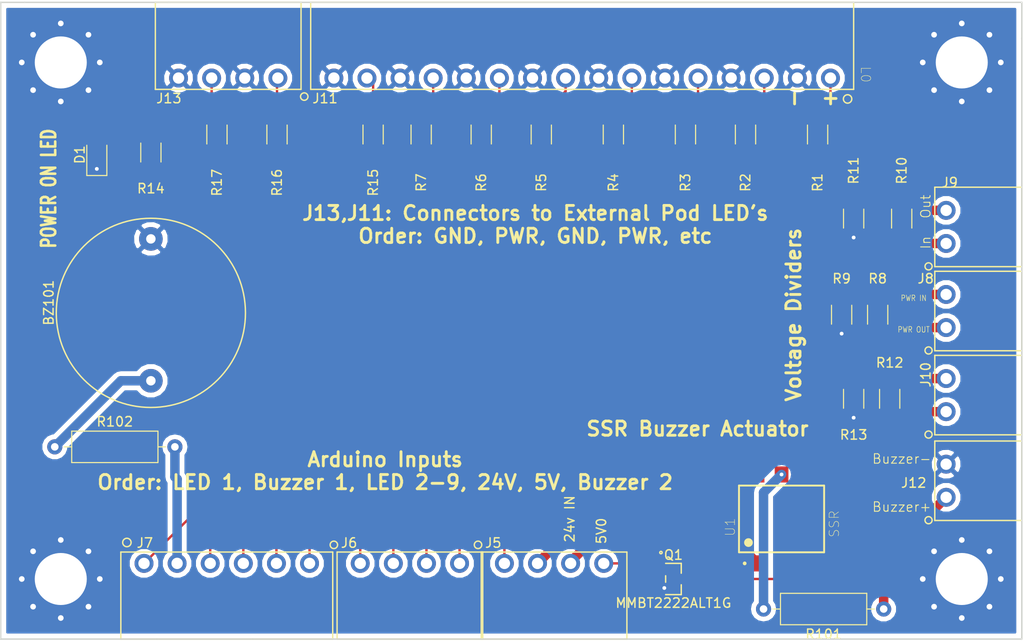
<source format=kicad_pcb>
(kicad_pcb (version 4) (host pcbnew 4.0.6)

  (general
    (links 60)
    (no_connects 3)
    (area 85.014999 46.914999 193.115001 114.375001)
    (thickness 1.6)
    (drawings 28)
    (tracks 112)
    (zones 0)
    (modules 36)
    (nets 37)
  )

  (page A4)
  (layers
    (0 F.Cu signal)
    (31 B.Cu signal)
    (32 B.Adhes user)
    (33 F.Adhes user)
    (34 B.Paste user)
    (35 F.Paste user)
    (36 B.SilkS user)
    (37 F.SilkS user)
    (38 B.Mask user)
    (39 F.Mask user)
    (40 Dwgs.User user)
    (41 Cmts.User user)
    (42 Eco1.User user)
    (43 Eco2.User user)
    (44 Edge.Cuts user)
    (45 Margin user)
    (46 B.CrtYd user)
    (47 F.CrtYd user)
    (48 B.Fab user)
    (49 F.Fab user hide)
  )

  (setup
    (last_trace_width 1)
    (user_trace_width 1)
    (trace_clearance 0.2)
    (zone_clearance 0.508)
    (zone_45_only no)
    (trace_min 0.2)
    (segment_width 0.2)
    (edge_width 0.15)
    (via_size 0.6)
    (via_drill 0.4)
    (via_min_size 0.4)
    (via_min_drill 0.3)
    (uvia_size 0.3)
    (uvia_drill 0.1)
    (uvias_allowed no)
    (uvia_min_size 0.2)
    (uvia_min_drill 0.1)
    (pcb_text_width 0.3)
    (pcb_text_size 1.5 1.5)
    (mod_edge_width 0.15)
    (mod_text_size 1 1)
    (mod_text_width 0.15)
    (pad_size 1.524 1.524)
    (pad_drill 0.762)
    (pad_to_mask_clearance 0.2)
    (aux_axis_origin 0 0)
    (visible_elements 7FFFFFFF)
    (pcbplotparams
      (layerselection 0x010f0_80000001)
      (usegerberextensions false)
      (excludeedgelayer true)
      (linewidth 0.100000)
      (plotframeref false)
      (viasonmask false)
      (mode 1)
      (useauxorigin false)
      (hpglpennumber 1)
      (hpglpenspeed 20)
      (hpglpendiameter 15)
      (hpglpenoverlay 2)
      (psnegative false)
      (psa4output false)
      (plotreference true)
      (plotvalue true)
      (plotinvisibletext false)
      (padsonsilk false)
      (subtractmaskfromsilk false)
      (outputformat 1)
      (mirror false)
      (drillshape 0)
      (scaleselection 1)
      (outputdirectory ""))
  )

  (net 0 "")
  (net 1 /A7)
  (net 2 /A6)
  (net 3 /A5)
  (net 4 /A4)
  (net 5 /A3)
  (net 6 /A2)
  (net 7 /A1)
  (net 8 /A0)
  (net 9 /24V)
  (net 10 "Net-(D1-Pad2)")
  (net 11 /GND)
  (net 12 /VDI0)
  (net 13 /VDI1)
  (net 14 /VDO1)
  (net 15 /VDI2)
  (net 16 /VDO2)
  (net 17 /L0)
  (net 18 /L1)
  (net 19 /L2)
  (net 20 /L3)
  (net 21 /L4)
  (net 22 /L5)
  (net 23 /L6)
  (net 24 /VDO0)
  (net 25 /L7)
  (net 26 /Buzzer)
  (net 27 /L8)
  (net 28 /L9)
  (net 29 "Net-(Q1-Pad3)")
  (net 30 /A8)
  (net 31 /5V0)
  (net 32 "Net-(BZ101-Pad1)")
  (net 33 "Net-(R101-Pad2)")
  (net 34 /Transistor)
  (net 35 /5V)
  (net 36 /ArduinoLED)

  (net_class Default "This is the default net class."
    (clearance 0.2)
    (trace_width 0.25)
    (via_dia 0.6)
    (via_drill 0.4)
    (uvia_dia 0.3)
    (uvia_drill 0.1)
    (add_net /24V)
    (add_net /5V)
    (add_net /5V0)
    (add_net /A0)
    (add_net /A1)
    (add_net /A2)
    (add_net /A3)
    (add_net /A4)
    (add_net /A5)
    (add_net /A6)
    (add_net /A7)
    (add_net /A8)
    (add_net /ArduinoLED)
    (add_net /Buzzer)
    (add_net /GND)
    (add_net /L0)
    (add_net /L1)
    (add_net /L2)
    (add_net /L3)
    (add_net /L4)
    (add_net /L5)
    (add_net /L6)
    (add_net /L7)
    (add_net /L8)
    (add_net /L9)
    (add_net /Transistor)
    (add_net /VDI0)
    (add_net /VDI1)
    (add_net /VDI2)
    (add_net /VDO0)
    (add_net /VDO1)
    (add_net /VDO2)
    (add_net "Net-(BZ101-Pad1)")
    (add_net "Net-(D1-Pad2)")
    (add_net "Net-(Q1-Pad3)")
    (add_net "Net-(R101-Pad2)")
  )

  (module hyperCustom:CONN_PHOENIX_1844359_16PIN (layer F.Cu) (tedit 597E2C01) (tstamp 597CD26C)
    (at 175.26 46.99 180)
    (path /5979D2CD)
    (fp_text reference J11 (at 55.88 -10.16 360) (layer F.SilkS)
      (effects (font (size 1 1) (thickness 0.15)))
    )
    (fp_text value "LED CONN 01X16" (at 31.86 1.87 180) (layer F.Fab)
      (effects (font (size 1 1) (thickness 0.15)))
    )
    (fp_circle (center 0.64 -10.21) (end 0.94 -9.88) (layer F.SilkS) (width 0.15))
    (fp_line (start 57.4 0) (end 57.4 -9.2) (layer F.SilkS) (width 0.15))
    (fp_line (start 0 -9.2) (end 57.4 -9.2) (layer F.SilkS) (width 0.15))
    (fp_line (start 0 0) (end 0 -9.2) (layer F.SilkS) (width 0.15))
    (fp_line (start 0 0) (end 57.4 0) (layer F.SilkS) (width 0.15))
    (pad 1 thru_hole circle (at 2.45 -8 180) (size 2 2) (drill 1.2) (layers *.Cu *.Mask)
      (net 17 /L0))
    (pad 2 thru_hole circle (at 5.95 -8 180) (size 2 2) (drill 1.2) (layers *.Cu *.Mask)
      (net 11 /GND))
    (pad 3 thru_hole circle (at 9.45 -8 180) (size 2 2) (drill 1.2) (layers *.Cu *.Mask)
      (net 18 /L1))
    (pad 4 thru_hole circle (at 12.95 -8 180) (size 2 2) (drill 1.2) (layers *.Cu *.Mask)
      (net 11 /GND))
    (pad 5 thru_hole circle (at 16.45 -8 180) (size 2 2) (drill 1.2) (layers *.Cu *.Mask)
      (net 19 /L2))
    (pad 6 thru_hole circle (at 19.95 -8 180) (size 2 2) (drill 1.2) (layers *.Cu *.Mask)
      (net 11 /GND))
    (pad 7 thru_hole circle (at 23.45 -8 180) (size 2 2) (drill 1.2) (layers *.Cu *.Mask)
      (net 20 /L3))
    (pad 8 thru_hole circle (at 26.95 -8 180) (size 2 2) (drill 1.2) (layers *.Cu *.Mask)
      (net 11 /GND))
    (pad 9 thru_hole circle (at 30.45 -8 180) (size 2 2) (drill 1.2) (layers *.Cu *.Mask)
      (net 21 /L4))
    (pad 10 thru_hole circle (at 33.95 -8 180) (size 2 2) (drill 1.2) (layers *.Cu *.Mask)
      (net 11 /GND))
    (pad 11 thru_hole circle (at 37.45 -8 180) (size 2 2) (drill 1.2) (layers *.Cu *.Mask)
      (net 22 /L5))
    (pad 12 thru_hole circle (at 40.95 -8 180) (size 2 2) (drill 1.2) (layers *.Cu *.Mask)
      (net 11 /GND))
    (pad 13 thru_hole circle (at 44.45 -8 180) (size 2 2) (drill 1.2) (layers *.Cu *.Mask)
      (net 23 /L6))
    (pad 14 thru_hole circle (at 47.95 -8 180) (size 2 2) (drill 1.2) (layers *.Cu *.Mask)
      (net 11 /GND))
    (pad 15 thru_hole circle (at 51.45 -8 180) (size 2 2) (drill 1.2) (layers *.Cu *.Mask)
      (net 25 /L7))
    (pad 16 thru_hole circle (at 54.95 -8 180) (size 2 2) (drill 1.2) (layers *.Cu *.Mask)
      (net 11 /GND))
  )

  (module foot:MMBF170LT1G (layer F.Cu) (tedit 597E1325) (tstamp 5970116D)
    (at 156.21 107.95 270)
    (path /596D3EC1)
    (fp_text reference Q1 (at -2.54 0 360) (layer F.SilkS)
      (effects (font (size 1 1) (thickness 0.15)))
    )
    (fp_text value MMBT2222ALT1G (at 2.54 0 360) (layer F.SilkS)
      (effects (font (size 1 1) (thickness 0.15)))
    )
    (fp_text user "Copyright 2016 Accelerated Designs. All rights reserved." (at 0 0 360) (layer Cmts.User)
      (effects (font (size 0.127 0.127) (thickness 0.002)))
    )
    (fp_line (start -0.6985 0.6985) (end -1.2065 0.6985) (layer Dwgs.User) (width 0.1524))
    (fp_line (start -1.2065 0.6985) (end -1.2065 1.3208) (layer Dwgs.User) (width 0.1524))
    (fp_line (start -1.2065 1.3208) (end -0.6985 1.3208) (layer Dwgs.User) (width 0.1524))
    (fp_line (start -0.6985 1.3208) (end -0.6985 0.6985) (layer Dwgs.User) (width 0.1524))
    (fp_line (start 1.2065 0.6985) (end 0.6985 0.6985) (layer Dwgs.User) (width 0.1524))
    (fp_line (start 0.6985 0.6985) (end 0.6985 1.3208) (layer Dwgs.User) (width 0.1524))
    (fp_line (start 0.6985 1.3208) (end 1.2065 1.3208) (layer Dwgs.User) (width 0.1524))
    (fp_line (start 1.2065 1.3208) (end 1.2065 0.6985) (layer Dwgs.User) (width 0.1524))
    (fp_line (start -0.254 -0.6985) (end 0.254 -0.6985) (layer Dwgs.User) (width 0.1524))
    (fp_line (start 0.254 -0.6985) (end 0.254 -1.3208) (layer Dwgs.User) (width 0.1524))
    (fp_line (start 0.254 -1.3208) (end -0.254 -1.3208) (layer Dwgs.User) (width 0.1524))
    (fp_line (start -0.254 -1.3208) (end -0.254 -0.6985) (layer Dwgs.User) (width 0.1524))
    (fp_line (start -0.34036 0.8255) (end 0.34036 0.8255) (layer F.SilkS) (width 0.1524))
    (fp_line (start 1.651 0.8255) (end 1.651 -0.8255) (layer F.SilkS) (width 0.1524))
    (fp_line (start 1.651 -0.8255) (end 0.61214 -0.8255) (layer F.SilkS) (width 0.1524))
    (fp_line (start -1.651 -0.8255) (end -1.651 0.8255) (layer F.SilkS) (width 0.1524))
    (fp_line (start -1.524 0.6985) (end 1.524 0.6985) (layer Dwgs.User) (width 0.1524))
    (fp_line (start 1.524 0.6985) (end 1.524 -0.6985) (layer Dwgs.User) (width 0.1524))
    (fp_line (start 1.524 -0.6985) (end -1.524 -0.6985) (layer Dwgs.User) (width 0.1524))
    (fp_line (start -1.524 -0.6985) (end -1.524 0.6985) (layer Dwgs.User) (width 0.1524))
    (fp_line (start -0.61214 -0.8255) (end -1.651 -0.8255) (layer F.SilkS) (width 0.1524))
    (fp_circle (center -1.27 0.4445) (end -1.143 0.4445) (layer Dwgs.User) (width 0.1524))
    (fp_circle (center -2.794 1.3208) (end -2.667 1.3208) (layer F.SilkS) (width 0.1524))
    (pad 1 smd rect (at -0.9525 0.9652 270) (size 0.5588 1.4224) (layers F.Cu)
      (net 34 /Transistor))
    (pad 2 smd rect (at 0.9525 0.9652 270) (size 0.5588 1.4224) (layers F.Cu)
      (net 11 /GND))
    (pad 3 smd rect (at 0 -0.9652 270) (size 0.5588 1.4224) (layers F.Cu)
      (net 29 "Net-(Q1-Pad3)"))
  )

  (module VO14642AABTR:SOIC254P1005X390-6N (layer F.Cu) (tedit 0) (tstamp 597011A1)
    (at 167.64 101.6 90)
    (path /596D39E9)
    (attr smd)
    (fp_text reference U1 (at -0.86 -5.435 90) (layer F.SilkS)
      (effects (font (size 1 1) (thickness 0.05)))
    )
    (fp_text value SSR (at -0.525 5.565 90) (layer F.SilkS)
      (effects (font (size 1 1) (thickness 0.05)))
    )
    (fp_line (start -3.525 -4.5) (end 3.525 -4.5) (layer F.SilkS) (width 0.2))
    (fp_line (start 3.525 -4.5) (end 3.525 4.5) (layer F.SilkS) (width 0.2))
    (fp_line (start 3.525 4.5) (end -3.525 4.5) (layer F.SilkS) (width 0.2))
    (fp_line (start -3.525 4.5) (end -3.525 -4.5) (layer F.SilkS) (width 0.2))
    (fp_line (start -5.8 -4.75) (end 5.8 -4.75) (layer Dwgs.User) (width 0.05))
    (fp_line (start 5.8 -4.75) (end 5.8 4.75) (layer Dwgs.User) (width 0.05))
    (fp_line (start 5.8 4.75) (end -5.8 4.75) (layer Dwgs.User) (width 0.05))
    (fp_line (start -5.8 4.75) (end -5.8 -4.75) (layer Dwgs.User) (width 0.05))
    (fp_circle (center -2.5 -3.5) (end -2.13945 -3.5) (layer F.SilkS) (width 0.2))
    (fp_poly (pts (xy -2.8 -3.5) (xy -2.5 -3.8) (xy -2.2 -3.5) (xy -2.5 -3.2)) (layer F.SilkS) (width 0.2))
    (fp_circle (center -4.7 -3.9) (end -4.6 -3.9) (layer F.SilkS) (width 0.2))
    (pad 1 smd rect (at -4.7 -2.54 90) (size 1.7 1.45) (layers F.Cu F.Paste F.Mask)
      (net 31 /5V0))
    (pad 2 smd rect (at -4.7 0 90) (size 1.7 1.45) (layers F.Cu F.Paste F.Mask)
      (net 29 "Net-(Q1-Pad3)"))
    (pad 3 smd rect (at -4.7 2.54 90) (size 1.7 1.45) (layers F.Cu F.Paste F.Mask))
    (pad 4 smd rect (at 4.7 2.54 270) (size 1.7 1.45) (layers F.Cu F.Paste F.Mask)
      (net 9 /24V))
    (pad 5 smd rect (at 4.7 0 270) (size 1.7 1.45) (layers F.Cu F.Paste F.Mask)
      (net 33 "Net-(R101-Pad2)"))
    (pad 6 smd rect (at 4.7 -2.54 270) (size 1.7 1.45) (layers F.Cu F.Paste F.Mask)
      (net 9 /24V))
  )

  (module hyperCustom:MountingHole_5.5mm_Pad_Via (layer F.Cu) (tedit 597E2C11) (tstamp 59795AFF)
    (at 91.44 53.34)
    (descr "Mounting Hole 5.5mm")
    (tags "mounting hole 5.5mm")
    (path /59795675)
    (fp_text reference J1 (at 0 -6.5) (layer F.SilkS) hide
      (effects (font (size 1 1) (thickness 0.15)))
    )
    (fp_text value MOUNTING_HOLE (at 0 -7.62) (layer F.Fab)
      (effects (font (size 1 1) (thickness 0.15)))
    )
    (fp_circle (center 0 0) (end 5.5 0) (layer Cmts.User) (width 0.15))
    (fp_circle (center 0 0) (end 5.75 0) (layer F.CrtYd) (width 0.05))
    (pad 1 thru_hole circle (at 0 0) (size 11 11) (drill 5.5) (layers *.Cu *.Mask)
      (net 11 /GND) (zone_connect 2))
    (pad "" thru_hole circle (at 4.125 0) (size 0.7 0.7) (drill 0.6) (layers *.Cu *.Mask))
    (pad "" thru_hole circle (at 2.926815 2.926815) (size 0.7 0.7) (drill 0.6) (layers *.Cu *.Mask))
    (pad "" thru_hole circle (at 0 4.125) (size 0.7 0.7) (drill 0.6) (layers *.Cu *.Mask))
    (pad "" thru_hole circle (at -2.926815 2.926815) (size 0.7 0.7) (drill 0.6) (layers *.Cu *.Mask))
    (pad "" thru_hole circle (at -4.125 0) (size 0.7 0.7) (drill 0.6) (layers *.Cu *.Mask))
    (pad "" thru_hole circle (at -2.926815 -2.926815) (size 0.7 0.7) (drill 0.6) (layers *.Cu *.Mask))
    (pad "" thru_hole circle (at 0 -4.125) (size 0.7 0.7) (drill 0.6) (layers *.Cu *.Mask))
    (pad "" thru_hole circle (at 2.926815 -2.926815) (size 0.7 0.7) (drill 0.6) (layers *.Cu *.Mask))
  )

  (module hyperCustom:MountingHole_5.5mm_Pad_Via (layer F.Cu) (tedit 597E2C35) (tstamp 59795B0C)
    (at 186.69 107.95)
    (descr "Mounting Hole 5.5mm")
    (tags "mounting hole 5.5mm")
    (path /59795785)
    (fp_text reference J2 (at -3.81 -13.97 90) (layer F.SilkS) hide
      (effects (font (size 1 1) (thickness 0.15)))
    )
    (fp_text value MOUNTING_HOLE (at 1.27 7.62) (layer F.Fab)
      (effects (font (size 1 1) (thickness 0.15)))
    )
    (fp_circle (center 0 0) (end 5.5 0) (layer Cmts.User) (width 0.15))
    (fp_circle (center 0 0) (end 5.75 0) (layer F.CrtYd) (width 0.05))
    (pad 1 thru_hole circle (at 0 0) (size 11 11) (drill 5.5) (layers *.Cu *.Mask)
      (net 11 /GND) (zone_connect 2))
    (pad "" thru_hole circle (at 4.125 0) (size 0.7 0.7) (drill 0.6) (layers *.Cu *.Mask))
    (pad "" thru_hole circle (at 2.926815 2.926815) (size 0.7 0.7) (drill 0.6) (layers *.Cu *.Mask))
    (pad "" thru_hole circle (at 0 4.125) (size 0.7 0.7) (drill 0.6) (layers *.Cu *.Mask))
    (pad "" thru_hole circle (at -2.926815 2.926815) (size 0.7 0.7) (drill 0.6) (layers *.Cu *.Mask))
    (pad "" thru_hole circle (at -4.125 0) (size 0.7 0.7) (drill 0.6) (layers *.Cu *.Mask))
    (pad "" thru_hole circle (at -2.926815 -2.926815) (size 0.7 0.7) (drill 0.6) (layers *.Cu *.Mask))
    (pad "" thru_hole circle (at 0 -4.125) (size 0.7 0.7) (drill 0.6) (layers *.Cu *.Mask))
    (pad "" thru_hole circle (at 2.926815 -2.926815) (size 0.7 0.7) (drill 0.6) (layers *.Cu *.Mask))
  )

  (module hyperCustom:MountingHole_5.5mm_Pad_Via (layer F.Cu) (tedit 597E2C5B) (tstamp 59795B19)
    (at 186.69 53.34)
    (descr "Mounting Hole 5.5mm")
    (tags "mounting hole 5.5mm")
    (path /597957D1)
    (fp_text reference J3 (at 0 6.35) (layer F.SilkS) hide
      (effects (font (size 1 1) (thickness 0.15)))
    )
    (fp_text value MOUNTING_HOLE (at 0 -8.89) (layer F.Fab)
      (effects (font (size 1 1) (thickness 0.15)))
    )
    (fp_circle (center 0 0) (end 5.5 0) (layer Cmts.User) (width 0.15))
    (fp_circle (center 0 0) (end 5.75 0) (layer F.CrtYd) (width 0.05))
    (pad 1 thru_hole circle (at 0 0) (size 11 11) (drill 5.5) (layers *.Cu *.Mask)
      (net 11 /GND) (zone_connect 2))
    (pad "" thru_hole circle (at 4.125 0) (size 0.7 0.7) (drill 0.6) (layers *.Cu *.Mask))
    (pad "" thru_hole circle (at 2.926815 2.926815) (size 0.7 0.7) (drill 0.6) (layers *.Cu *.Mask))
    (pad "" thru_hole circle (at 0 4.125) (size 0.7 0.7) (drill 0.6) (layers *.Cu *.Mask))
    (pad "" thru_hole circle (at -2.926815 2.926815) (size 0.7 0.7) (drill 0.6) (layers *.Cu *.Mask))
    (pad "" thru_hole circle (at -4.125 0) (size 0.7 0.7) (drill 0.6) (layers *.Cu *.Mask))
    (pad "" thru_hole circle (at -2.926815 -2.926815) (size 0.7 0.7) (drill 0.6) (layers *.Cu *.Mask))
    (pad "" thru_hole circle (at 0 -4.125) (size 0.7 0.7) (drill 0.6) (layers *.Cu *.Mask))
    (pad "" thru_hole circle (at 2.926815 -2.926815) (size 0.7 0.7) (drill 0.6) (layers *.Cu *.Mask))
  )

  (module hyperCustom:MountingHole_5.5mm_Pad_Via (layer F.Cu) (tedit 597E2C19) (tstamp 59795B26)
    (at 91.44 107.95)
    (descr "Mounting Hole 5.5mm")
    (tags "mounting hole 5.5mm")
    (path /59795820)
    (fp_text reference J4 (at 0 -6.5) (layer F.SilkS) hide
      (effects (font (size 1 1) (thickness 0.15)))
    )
    (fp_text value MOUNTING_HOLE (at 0 7.62) (layer F.Fab)
      (effects (font (size 1 1) (thickness 0.15)))
    )
    (fp_circle (center 0 0) (end 5.5 0) (layer Cmts.User) (width 0.15))
    (fp_circle (center 0 0) (end 5.75 0) (layer F.CrtYd) (width 0.05))
    (pad 1 thru_hole circle (at 0 0) (size 11 11) (drill 5.5) (layers *.Cu *.Mask)
      (net 11 /GND) (zone_connect 2))
    (pad "" thru_hole circle (at 4.125 0) (size 0.7 0.7) (drill 0.6) (layers *.Cu *.Mask))
    (pad "" thru_hole circle (at 2.926815 2.926815) (size 0.7 0.7) (drill 0.6) (layers *.Cu *.Mask))
    (pad "" thru_hole circle (at 0 4.125) (size 0.7 0.7) (drill 0.6) (layers *.Cu *.Mask))
    (pad "" thru_hole circle (at -2.926815 2.926815) (size 0.7 0.7) (drill 0.6) (layers *.Cu *.Mask))
    (pad "" thru_hole circle (at -4.125 0) (size 0.7 0.7) (drill 0.6) (layers *.Cu *.Mask))
    (pad "" thru_hole circle (at -2.926815 -2.926815) (size 0.7 0.7) (drill 0.6) (layers *.Cu *.Mask))
    (pad "" thru_hole circle (at 0 -4.125) (size 0.7 0.7) (drill 0.6) (layers *.Cu *.Mask))
    (pad "" thru_hole circle (at 2.926815 -2.926815) (size 0.7 0.7) (drill 0.6) (layers *.Cu *.Mask))
  )

  (module Resistors_SMD:R_1206_HandSoldering (layer F.Cu) (tedit 597E1292) (tstamp 59795B78)
    (at 171.45 60.96 270)
    (descr "Resistor SMD 1206, hand soldering")
    (tags "resistor 1206")
    (path /59791378)
    (attr smd)
    (fp_text reference R1 (at 5.08 0 270) (layer F.SilkS)
      (effects (font (size 1 1) (thickness 0.15)))
    )
    (fp_text value 220 (at 1.27 2.54 270) (layer F.Fab)
      (effects (font (size 1 1) (thickness 0.15)))
    )
    (fp_text user %R (at 0 0 270) (layer F.Fab)
      (effects (font (size 0.7 0.7) (thickness 0.105)))
    )
    (fp_line (start -1.6 0.8) (end -1.6 -0.8) (layer F.Fab) (width 0.1))
    (fp_line (start 1.6 0.8) (end -1.6 0.8) (layer F.Fab) (width 0.1))
    (fp_line (start 1.6 -0.8) (end 1.6 0.8) (layer F.Fab) (width 0.1))
    (fp_line (start -1.6 -0.8) (end 1.6 -0.8) (layer F.Fab) (width 0.1))
    (fp_line (start 1 1.07) (end -1 1.07) (layer F.SilkS) (width 0.12))
    (fp_line (start -1 -1.07) (end 1 -1.07) (layer F.SilkS) (width 0.12))
    (fp_line (start -3.25 -1.11) (end 3.25 -1.11) (layer F.CrtYd) (width 0.05))
    (fp_line (start -3.25 -1.11) (end -3.25 1.1) (layer F.CrtYd) (width 0.05))
    (fp_line (start 3.25 1.1) (end 3.25 -1.11) (layer F.CrtYd) (width 0.05))
    (fp_line (start 3.25 1.1) (end -3.25 1.1) (layer F.CrtYd) (width 0.05))
    (pad 1 smd rect (at -2 0 270) (size 2 1.7) (layers F.Cu F.Paste F.Mask)
      (net 17 /L0))
    (pad 2 smd rect (at 2 0 270) (size 2 1.7) (layers F.Cu F.Paste F.Mask)
      (net 8 /A0))
    (model ${KISYS3DMOD}/Resistors_SMD.3dshapes/R_1206.wrl
      (at (xyz 0 0 0))
      (scale (xyz 1 1 1))
      (rotate (xyz 0 0 0))
    )
  )

  (module Resistors_SMD:R_1206_HandSoldering (layer F.Cu) (tedit 597E128C) (tstamp 59795B7E)
    (at 163.83 60.96 270)
    (descr "Resistor SMD 1206, hand soldering")
    (tags "resistor 1206")
    (path /59791323)
    (attr smd)
    (fp_text reference R2 (at 5.08 0 270) (layer F.SilkS)
      (effects (font (size 1 1) (thickness 0.15)))
    )
    (fp_text value 220 (at 1.27 2.54 270) (layer F.Fab)
      (effects (font (size 1 1) (thickness 0.15)))
    )
    (fp_text user %R (at 0 0 270) (layer F.Fab)
      (effects (font (size 0.7 0.7) (thickness 0.105)))
    )
    (fp_line (start -1.6 0.8) (end -1.6 -0.8) (layer F.Fab) (width 0.1))
    (fp_line (start 1.6 0.8) (end -1.6 0.8) (layer F.Fab) (width 0.1))
    (fp_line (start 1.6 -0.8) (end 1.6 0.8) (layer F.Fab) (width 0.1))
    (fp_line (start -1.6 -0.8) (end 1.6 -0.8) (layer F.Fab) (width 0.1))
    (fp_line (start 1 1.07) (end -1 1.07) (layer F.SilkS) (width 0.12))
    (fp_line (start -1 -1.07) (end 1 -1.07) (layer F.SilkS) (width 0.12))
    (fp_line (start -3.25 -1.11) (end 3.25 -1.11) (layer F.CrtYd) (width 0.05))
    (fp_line (start -3.25 -1.11) (end -3.25 1.1) (layer F.CrtYd) (width 0.05))
    (fp_line (start 3.25 1.1) (end 3.25 -1.11) (layer F.CrtYd) (width 0.05))
    (fp_line (start 3.25 1.1) (end -3.25 1.1) (layer F.CrtYd) (width 0.05))
    (pad 1 smd rect (at -2 0 270) (size 2 1.7) (layers F.Cu F.Paste F.Mask)
      (net 18 /L1))
    (pad 2 smd rect (at 2 0 270) (size 2 1.7) (layers F.Cu F.Paste F.Mask)
      (net 7 /A1))
    (model ${KISYS3DMOD}/Resistors_SMD.3dshapes/R_1206.wrl
      (at (xyz 0 0 0))
      (scale (xyz 1 1 1))
      (rotate (xyz 0 0 0))
    )
  )

  (module Resistors_SMD:R_1206_HandSoldering (layer F.Cu) (tedit 597E1287) (tstamp 59795B84)
    (at 157.48 60.96 270)
    (descr "Resistor SMD 1206, hand soldering")
    (tags "resistor 1206")
    (path /597912DD)
    (attr smd)
    (fp_text reference R3 (at 5.08 0 270) (layer F.SilkS)
      (effects (font (size 1 1) (thickness 0.15)))
    )
    (fp_text value 220 (at 1.27 2.54 270) (layer F.Fab)
      (effects (font (size 1 1) (thickness 0.15)))
    )
    (fp_text user %R (at 0 0 270) (layer F.Fab)
      (effects (font (size 0.7 0.7) (thickness 0.105)))
    )
    (fp_line (start -1.6 0.8) (end -1.6 -0.8) (layer F.Fab) (width 0.1))
    (fp_line (start 1.6 0.8) (end -1.6 0.8) (layer F.Fab) (width 0.1))
    (fp_line (start 1.6 -0.8) (end 1.6 0.8) (layer F.Fab) (width 0.1))
    (fp_line (start -1.6 -0.8) (end 1.6 -0.8) (layer F.Fab) (width 0.1))
    (fp_line (start 1 1.07) (end -1 1.07) (layer F.SilkS) (width 0.12))
    (fp_line (start -1 -1.07) (end 1 -1.07) (layer F.SilkS) (width 0.12))
    (fp_line (start -3.25 -1.11) (end 3.25 -1.11) (layer F.CrtYd) (width 0.05))
    (fp_line (start -3.25 -1.11) (end -3.25 1.1) (layer F.CrtYd) (width 0.05))
    (fp_line (start 3.25 1.1) (end 3.25 -1.11) (layer F.CrtYd) (width 0.05))
    (fp_line (start 3.25 1.1) (end -3.25 1.1) (layer F.CrtYd) (width 0.05))
    (pad 1 smd rect (at -2 0 270) (size 2 1.7) (layers F.Cu F.Paste F.Mask)
      (net 19 /L2))
    (pad 2 smd rect (at 2 0 270) (size 2 1.7) (layers F.Cu F.Paste F.Mask)
      (net 6 /A2))
    (model ${KISYS3DMOD}/Resistors_SMD.3dshapes/R_1206.wrl
      (at (xyz 0 0 0))
      (scale (xyz 1 1 1))
      (rotate (xyz 0 0 0))
    )
  )

  (module Resistors_SMD:R_1206_HandSoldering (layer F.Cu) (tedit 597E1283) (tstamp 59795B8A)
    (at 149.86 60.96 270)
    (descr "Resistor SMD 1206, hand soldering")
    (tags "resistor 1206")
    (path /5979129A)
    (attr smd)
    (fp_text reference R4 (at 5.08 0 270) (layer F.SilkS)
      (effects (font (size 1 1) (thickness 0.15)))
    )
    (fp_text value 220 (at 1.27 2.54 270) (layer F.Fab)
      (effects (font (size 1 1) (thickness 0.15)))
    )
    (fp_text user %R (at 0 0 270) (layer F.Fab)
      (effects (font (size 0.7 0.7) (thickness 0.105)))
    )
    (fp_line (start -1.6 0.8) (end -1.6 -0.8) (layer F.Fab) (width 0.1))
    (fp_line (start 1.6 0.8) (end -1.6 0.8) (layer F.Fab) (width 0.1))
    (fp_line (start 1.6 -0.8) (end 1.6 0.8) (layer F.Fab) (width 0.1))
    (fp_line (start -1.6 -0.8) (end 1.6 -0.8) (layer F.Fab) (width 0.1))
    (fp_line (start 1 1.07) (end -1 1.07) (layer F.SilkS) (width 0.12))
    (fp_line (start -1 -1.07) (end 1 -1.07) (layer F.SilkS) (width 0.12))
    (fp_line (start -3.25 -1.11) (end 3.25 -1.11) (layer F.CrtYd) (width 0.05))
    (fp_line (start -3.25 -1.11) (end -3.25 1.1) (layer F.CrtYd) (width 0.05))
    (fp_line (start 3.25 1.1) (end 3.25 -1.11) (layer F.CrtYd) (width 0.05))
    (fp_line (start 3.25 1.1) (end -3.25 1.1) (layer F.CrtYd) (width 0.05))
    (pad 1 smd rect (at -2 0 270) (size 2 1.7) (layers F.Cu F.Paste F.Mask)
      (net 20 /L3))
    (pad 2 smd rect (at 2 0 270) (size 2 1.7) (layers F.Cu F.Paste F.Mask)
      (net 5 /A3))
    (model ${KISYS3DMOD}/Resistors_SMD.3dshapes/R_1206.wrl
      (at (xyz 0 0 0))
      (scale (xyz 1 1 1))
      (rotate (xyz 0 0 0))
    )
  )

  (module Resistors_SMD:R_1206_HandSoldering (layer F.Cu) (tedit 597E124E) (tstamp 59795B90)
    (at 142.24 60.96 270)
    (descr "Resistor SMD 1206, hand soldering")
    (tags "resistor 1206")
    (path /59791257)
    (attr smd)
    (fp_text reference R5 (at 5.08 0 270) (layer F.SilkS)
      (effects (font (size 1 1) (thickness 0.15)))
    )
    (fp_text value 220 (at 1.27 2.54 270) (layer F.Fab)
      (effects (font (size 1 1) (thickness 0.15)))
    )
    (fp_text user %R (at 0 0 270) (layer F.Fab)
      (effects (font (size 0.7 0.7) (thickness 0.105)))
    )
    (fp_line (start -1.6 0.8) (end -1.6 -0.8) (layer F.Fab) (width 0.1))
    (fp_line (start 1.6 0.8) (end -1.6 0.8) (layer F.Fab) (width 0.1))
    (fp_line (start 1.6 -0.8) (end 1.6 0.8) (layer F.Fab) (width 0.1))
    (fp_line (start -1.6 -0.8) (end 1.6 -0.8) (layer F.Fab) (width 0.1))
    (fp_line (start 1 1.07) (end -1 1.07) (layer F.SilkS) (width 0.12))
    (fp_line (start -1 -1.07) (end 1 -1.07) (layer F.SilkS) (width 0.12))
    (fp_line (start -3.25 -1.11) (end 3.25 -1.11) (layer F.CrtYd) (width 0.05))
    (fp_line (start -3.25 -1.11) (end -3.25 1.1) (layer F.CrtYd) (width 0.05))
    (fp_line (start 3.25 1.1) (end 3.25 -1.11) (layer F.CrtYd) (width 0.05))
    (fp_line (start 3.25 1.1) (end -3.25 1.1) (layer F.CrtYd) (width 0.05))
    (pad 1 smd rect (at -2 0 270) (size 2 1.7) (layers F.Cu F.Paste F.Mask)
      (net 21 /L4))
    (pad 2 smd rect (at 2 0 270) (size 2 1.7) (layers F.Cu F.Paste F.Mask)
      (net 4 /A4))
    (model ${KISYS3DMOD}/Resistors_SMD.3dshapes/R_1206.wrl
      (at (xyz 0 0 0))
      (scale (xyz 1 1 1))
      (rotate (xyz 0 0 0))
    )
  )

  (module Resistors_SMD:R_1206_HandSoldering (layer F.Cu) (tedit 597E1247) (tstamp 59795B96)
    (at 135.89 60.96 270)
    (descr "Resistor SMD 1206, hand soldering")
    (tags "resistor 1206")
    (path /5979120A)
    (attr smd)
    (fp_text reference R6 (at 5.08 0 270) (layer F.SilkS)
      (effects (font (size 1 1) (thickness 0.15)))
    )
    (fp_text value 220 (at 1.27 2.54 270) (layer F.Fab)
      (effects (font (size 1 1) (thickness 0.15)))
    )
    (fp_text user %R (at 0 0 270) (layer F.Fab)
      (effects (font (size 0.7 0.7) (thickness 0.105)))
    )
    (fp_line (start -1.6 0.8) (end -1.6 -0.8) (layer F.Fab) (width 0.1))
    (fp_line (start 1.6 0.8) (end -1.6 0.8) (layer F.Fab) (width 0.1))
    (fp_line (start 1.6 -0.8) (end 1.6 0.8) (layer F.Fab) (width 0.1))
    (fp_line (start -1.6 -0.8) (end 1.6 -0.8) (layer F.Fab) (width 0.1))
    (fp_line (start 1 1.07) (end -1 1.07) (layer F.SilkS) (width 0.12))
    (fp_line (start -1 -1.07) (end 1 -1.07) (layer F.SilkS) (width 0.12))
    (fp_line (start -3.25 -1.11) (end 3.25 -1.11) (layer F.CrtYd) (width 0.05))
    (fp_line (start -3.25 -1.11) (end -3.25 1.1) (layer F.CrtYd) (width 0.05))
    (fp_line (start 3.25 1.1) (end 3.25 -1.11) (layer F.CrtYd) (width 0.05))
    (fp_line (start 3.25 1.1) (end -3.25 1.1) (layer F.CrtYd) (width 0.05))
    (pad 1 smd rect (at -2 0 270) (size 2 1.7) (layers F.Cu F.Paste F.Mask)
      (net 22 /L5))
    (pad 2 smd rect (at 2 0 270) (size 2 1.7) (layers F.Cu F.Paste F.Mask)
      (net 3 /A5))
    (model ${KISYS3DMOD}/Resistors_SMD.3dshapes/R_1206.wrl
      (at (xyz 0 0 0))
      (scale (xyz 1 1 1))
      (rotate (xyz 0 0 0))
    )
  )

  (module Resistors_SMD:R_1206_HandSoldering (layer F.Cu) (tedit 597E1240) (tstamp 59795B9C)
    (at 129.54 60.96 270)
    (descr "Resistor SMD 1206, hand soldering")
    (tags "resistor 1206")
    (path /596D61BE)
    (attr smd)
    (fp_text reference R7 (at 5.08 0 270) (layer F.SilkS)
      (effects (font (size 1 1) (thickness 0.15)))
    )
    (fp_text value 220 (at 1.27 2.54 270) (layer F.Fab)
      (effects (font (size 1 1) (thickness 0.15)))
    )
    (fp_text user %R (at 0 0 270) (layer F.Fab)
      (effects (font (size 0.7 0.7) (thickness 0.105)))
    )
    (fp_line (start -1.6 0.8) (end -1.6 -0.8) (layer F.Fab) (width 0.1))
    (fp_line (start 1.6 0.8) (end -1.6 0.8) (layer F.Fab) (width 0.1))
    (fp_line (start 1.6 -0.8) (end 1.6 0.8) (layer F.Fab) (width 0.1))
    (fp_line (start -1.6 -0.8) (end 1.6 -0.8) (layer F.Fab) (width 0.1))
    (fp_line (start 1 1.07) (end -1 1.07) (layer F.SilkS) (width 0.12))
    (fp_line (start -1 -1.07) (end 1 -1.07) (layer F.SilkS) (width 0.12))
    (fp_line (start -3.25 -1.11) (end 3.25 -1.11) (layer F.CrtYd) (width 0.05))
    (fp_line (start -3.25 -1.11) (end -3.25 1.1) (layer F.CrtYd) (width 0.05))
    (fp_line (start 3.25 1.1) (end 3.25 -1.11) (layer F.CrtYd) (width 0.05))
    (fp_line (start 3.25 1.1) (end -3.25 1.1) (layer F.CrtYd) (width 0.05))
    (pad 1 smd rect (at -2 0 270) (size 2 1.7) (layers F.Cu F.Paste F.Mask)
      (net 23 /L6))
    (pad 2 smd rect (at 2 0 270) (size 2 1.7) (layers F.Cu F.Paste F.Mask)
      (net 2 /A6))
    (model ${KISYS3DMOD}/Resistors_SMD.3dshapes/R_1206.wrl
      (at (xyz 0 0 0))
      (scale (xyz 1 1 1))
      (rotate (xyz 0 0 0))
    )
  )

  (module Resistors_SMD:R_1206_HandSoldering (layer F.Cu) (tedit 597E134A) (tstamp 59795BA2)
    (at 177.8 80.01 90)
    (descr "Resistor SMD 1206, hand soldering")
    (tags "resistor 1206")
    (path /59796B93)
    (attr smd)
    (fp_text reference R8 (at 3.81 0 360) (layer F.SilkS)
      (effects (font (size 1 1) (thickness 0.15)))
    )
    (fp_text value R (at 0 1.9 90) (layer F.Fab)
      (effects (font (size 1 1) (thickness 0.15)))
    )
    (fp_text user %R (at 0 0 90) (layer F.Fab)
      (effects (font (size 0.7 0.7) (thickness 0.105)))
    )
    (fp_line (start -1.6 0.8) (end -1.6 -0.8) (layer F.Fab) (width 0.1))
    (fp_line (start 1.6 0.8) (end -1.6 0.8) (layer F.Fab) (width 0.1))
    (fp_line (start 1.6 -0.8) (end 1.6 0.8) (layer F.Fab) (width 0.1))
    (fp_line (start -1.6 -0.8) (end 1.6 -0.8) (layer F.Fab) (width 0.1))
    (fp_line (start 1 1.07) (end -1 1.07) (layer F.SilkS) (width 0.12))
    (fp_line (start -1 -1.07) (end 1 -1.07) (layer F.SilkS) (width 0.12))
    (fp_line (start -3.25 -1.11) (end 3.25 -1.11) (layer F.CrtYd) (width 0.05))
    (fp_line (start -3.25 -1.11) (end -3.25 1.1) (layer F.CrtYd) (width 0.05))
    (fp_line (start 3.25 1.1) (end 3.25 -1.11) (layer F.CrtYd) (width 0.05))
    (fp_line (start 3.25 1.1) (end -3.25 1.1) (layer F.CrtYd) (width 0.05))
    (pad 1 smd rect (at -2 0 90) (size 2 1.7) (layers F.Cu F.Paste F.Mask)
      (net 12 /VDI0))
    (pad 2 smd rect (at 2 0 90) (size 2 1.7) (layers F.Cu F.Paste F.Mask)
      (net 24 /VDO0))
    (model ${KISYS3DMOD}/Resistors_SMD.3dshapes/R_1206.wrl
      (at (xyz 0 0 0))
      (scale (xyz 1 1 1))
      (rotate (xyz 0 0 0))
    )
  )

  (module Resistors_SMD:R_1206_HandSoldering (layer F.Cu) (tedit 597E1346) (tstamp 59795BA8)
    (at 173.99 80.01 270)
    (descr "Resistor SMD 1206, hand soldering")
    (tags "resistor 1206")
    (path /59796D96)
    (attr smd)
    (fp_text reference R9 (at -3.81 0 540) (layer F.SilkS)
      (effects (font (size 1 1) (thickness 0.15)))
    )
    (fp_text value R (at 0 1.9 270) (layer F.Fab)
      (effects (font (size 1 1) (thickness 0.15)))
    )
    (fp_text user %R (at 0 0 270) (layer F.Fab)
      (effects (font (size 0.7 0.7) (thickness 0.105)))
    )
    (fp_line (start -1.6 0.8) (end -1.6 -0.8) (layer F.Fab) (width 0.1))
    (fp_line (start 1.6 0.8) (end -1.6 0.8) (layer F.Fab) (width 0.1))
    (fp_line (start 1.6 -0.8) (end 1.6 0.8) (layer F.Fab) (width 0.1))
    (fp_line (start -1.6 -0.8) (end 1.6 -0.8) (layer F.Fab) (width 0.1))
    (fp_line (start 1 1.07) (end -1 1.07) (layer F.SilkS) (width 0.12))
    (fp_line (start -1 -1.07) (end 1 -1.07) (layer F.SilkS) (width 0.12))
    (fp_line (start -3.25 -1.11) (end 3.25 -1.11) (layer F.CrtYd) (width 0.05))
    (fp_line (start -3.25 -1.11) (end -3.25 1.1) (layer F.CrtYd) (width 0.05))
    (fp_line (start 3.25 1.1) (end 3.25 -1.11) (layer F.CrtYd) (width 0.05))
    (fp_line (start 3.25 1.1) (end -3.25 1.1) (layer F.CrtYd) (width 0.05))
    (pad 1 smd rect (at -2 0 270) (size 2 1.7) (layers F.Cu F.Paste F.Mask)
      (net 24 /VDO0))
    (pad 2 smd rect (at 2 0 270) (size 2 1.7) (layers F.Cu F.Paste F.Mask)
      (net 11 /GND))
    (model ${KISYS3DMOD}/Resistors_SMD.3dshapes/R_1206.wrl
      (at (xyz 0 0 0))
      (scale (xyz 1 1 1))
      (rotate (xyz 0 0 0))
    )
  )

  (module Resistors_SMD:R_1206_HandSoldering (layer F.Cu) (tedit 597E133D) (tstamp 59795BAE)
    (at 180.34 69.85 90)
    (descr "Resistor SMD 1206, hand soldering")
    (tags "resistor 1206")
    (path /59796C22)
    (attr smd)
    (fp_text reference R10 (at 5.08 0 270) (layer F.SilkS)
      (effects (font (size 1 1) (thickness 0.15)))
    )
    (fp_text value R (at 0 -2.54 90) (layer F.Fab)
      (effects (font (size 1 1) (thickness 0.15)))
    )
    (fp_text user %R (at 0 0 90) (layer F.Fab)
      (effects (font (size 0.7 0.7) (thickness 0.105)))
    )
    (fp_line (start -1.6 0.8) (end -1.6 -0.8) (layer F.Fab) (width 0.1))
    (fp_line (start 1.6 0.8) (end -1.6 0.8) (layer F.Fab) (width 0.1))
    (fp_line (start 1.6 -0.8) (end 1.6 0.8) (layer F.Fab) (width 0.1))
    (fp_line (start -1.6 -0.8) (end 1.6 -0.8) (layer F.Fab) (width 0.1))
    (fp_line (start 1 1.07) (end -1 1.07) (layer F.SilkS) (width 0.12))
    (fp_line (start -1 -1.07) (end 1 -1.07) (layer F.SilkS) (width 0.12))
    (fp_line (start -3.25 -1.11) (end 3.25 -1.11) (layer F.CrtYd) (width 0.05))
    (fp_line (start -3.25 -1.11) (end -3.25 1.1) (layer F.CrtYd) (width 0.05))
    (fp_line (start 3.25 1.1) (end 3.25 -1.11) (layer F.CrtYd) (width 0.05))
    (fp_line (start 3.25 1.1) (end -3.25 1.1) (layer F.CrtYd) (width 0.05))
    (pad 1 smd rect (at -2 0 90) (size 2 1.7) (layers F.Cu F.Paste F.Mask)
      (net 13 /VDI1))
    (pad 2 smd rect (at 2 0 90) (size 2 1.7) (layers F.Cu F.Paste F.Mask)
      (net 14 /VDO1))
    (model ${KISYS3DMOD}/Resistors_SMD.3dshapes/R_1206.wrl
      (at (xyz 0 0 0))
      (scale (xyz 1 1 1))
      (rotate (xyz 0 0 0))
    )
  )

  (module Resistors_SMD:R_1206_HandSoldering (layer F.Cu) (tedit 597E1338) (tstamp 59795BB4)
    (at 175.26 69.85 270)
    (descr "Resistor SMD 1206, hand soldering")
    (tags "resistor 1206")
    (path /59797502)
    (attr smd)
    (fp_text reference R11 (at -5.08 0 450) (layer F.SilkS)
      (effects (font (size 1 1) (thickness 0.15)))
    )
    (fp_text value R (at 0 1.9 270) (layer F.Fab)
      (effects (font (size 1 1) (thickness 0.15)))
    )
    (fp_text user %R (at 0 0 270) (layer F.Fab)
      (effects (font (size 0.7 0.7) (thickness 0.105)))
    )
    (fp_line (start -1.6 0.8) (end -1.6 -0.8) (layer F.Fab) (width 0.1))
    (fp_line (start 1.6 0.8) (end -1.6 0.8) (layer F.Fab) (width 0.1))
    (fp_line (start 1.6 -0.8) (end 1.6 0.8) (layer F.Fab) (width 0.1))
    (fp_line (start -1.6 -0.8) (end 1.6 -0.8) (layer F.Fab) (width 0.1))
    (fp_line (start 1 1.07) (end -1 1.07) (layer F.SilkS) (width 0.12))
    (fp_line (start -1 -1.07) (end 1 -1.07) (layer F.SilkS) (width 0.12))
    (fp_line (start -3.25 -1.11) (end 3.25 -1.11) (layer F.CrtYd) (width 0.05))
    (fp_line (start -3.25 -1.11) (end -3.25 1.1) (layer F.CrtYd) (width 0.05))
    (fp_line (start 3.25 1.1) (end 3.25 -1.11) (layer F.CrtYd) (width 0.05))
    (fp_line (start 3.25 1.1) (end -3.25 1.1) (layer F.CrtYd) (width 0.05))
    (pad 1 smd rect (at -2 0 270) (size 2 1.7) (layers F.Cu F.Paste F.Mask)
      (net 14 /VDO1))
    (pad 2 smd rect (at 2 0 270) (size 2 1.7) (layers F.Cu F.Paste F.Mask)
      (net 11 /GND))
    (model ${KISYS3DMOD}/Resistors_SMD.3dshapes/R_1206.wrl
      (at (xyz 0 0 0))
      (scale (xyz 1 1 1))
      (rotate (xyz 0 0 0))
    )
  )

  (module Resistors_SMD:R_1206_HandSoldering (layer F.Cu) (tedit 597E2BB5) (tstamp 59795BBA)
    (at 179.07 88.9 90)
    (descr "Resistor SMD 1206, hand soldering")
    (tags "resistor 1206")
    (path /59796D34)
    (attr smd)
    (fp_text reference R12 (at 3.81 0 360) (layer F.SilkS)
      (effects (font (size 1 1) (thickness 0.15)))
    )
    (fp_text value R (at 0 -2.54 90) (layer F.Fab)
      (effects (font (size 1 1) (thickness 0.15)))
    )
    (fp_text user %R (at 0 0 90) (layer F.Fab)
      (effects (font (size 0.7 0.7) (thickness 0.105)))
    )
    (fp_line (start -1.6 0.8) (end -1.6 -0.8) (layer F.Fab) (width 0.1))
    (fp_line (start 1.6 0.8) (end -1.6 0.8) (layer F.Fab) (width 0.1))
    (fp_line (start 1.6 -0.8) (end 1.6 0.8) (layer F.Fab) (width 0.1))
    (fp_line (start -1.6 -0.8) (end 1.6 -0.8) (layer F.Fab) (width 0.1))
    (fp_line (start 1 1.07) (end -1 1.07) (layer F.SilkS) (width 0.12))
    (fp_line (start -1 -1.07) (end 1 -1.07) (layer F.SilkS) (width 0.12))
    (fp_line (start -3.25 -1.11) (end 3.25 -1.11) (layer F.CrtYd) (width 0.05))
    (fp_line (start -3.25 -1.11) (end -3.25 1.1) (layer F.CrtYd) (width 0.05))
    (fp_line (start 3.25 1.1) (end 3.25 -1.11) (layer F.CrtYd) (width 0.05))
    (fp_line (start 3.25 1.1) (end -3.25 1.1) (layer F.CrtYd) (width 0.05))
    (pad 1 smd rect (at -2 0 90) (size 2 1.7) (layers F.Cu F.Paste F.Mask)
      (net 15 /VDI2))
    (pad 2 smd rect (at 2 0 90) (size 2 1.7) (layers F.Cu F.Paste F.Mask)
      (net 16 /VDO2))
    (model ${KISYS3DMOD}/Resistors_SMD.3dshapes/R_1206.wrl
      (at (xyz 0 0 0))
      (scale (xyz 1 1 1))
      (rotate (xyz 0 0 0))
    )
  )

  (module Resistors_SMD:R_1206_HandSoldering (layer F.Cu) (tedit 597E12B7) (tstamp 59795BC0)
    (at 175.26 88.9 270)
    (descr "Resistor SMD 1206, hand soldering")
    (tags "resistor 1206")
    (path /5979757E)
    (attr smd)
    (fp_text reference R13 (at 3.81 0 360) (layer F.SilkS)
      (effects (font (size 1 1) (thickness 0.15)))
    )
    (fp_text value R (at 0 1.9 270) (layer F.Fab)
      (effects (font (size 1 1) (thickness 0.15)))
    )
    (fp_text user %R (at 0 0 270) (layer F.Fab)
      (effects (font (size 0.7 0.7) (thickness 0.105)))
    )
    (fp_line (start -1.6 0.8) (end -1.6 -0.8) (layer F.Fab) (width 0.1))
    (fp_line (start 1.6 0.8) (end -1.6 0.8) (layer F.Fab) (width 0.1))
    (fp_line (start 1.6 -0.8) (end 1.6 0.8) (layer F.Fab) (width 0.1))
    (fp_line (start -1.6 -0.8) (end 1.6 -0.8) (layer F.Fab) (width 0.1))
    (fp_line (start 1 1.07) (end -1 1.07) (layer F.SilkS) (width 0.12))
    (fp_line (start -1 -1.07) (end 1 -1.07) (layer F.SilkS) (width 0.12))
    (fp_line (start -3.25 -1.11) (end 3.25 -1.11) (layer F.CrtYd) (width 0.05))
    (fp_line (start -3.25 -1.11) (end -3.25 1.1) (layer F.CrtYd) (width 0.05))
    (fp_line (start 3.25 1.1) (end 3.25 -1.11) (layer F.CrtYd) (width 0.05))
    (fp_line (start 3.25 1.1) (end -3.25 1.1) (layer F.CrtYd) (width 0.05))
    (pad 1 smd rect (at -2 0 270) (size 2 1.7) (layers F.Cu F.Paste F.Mask)
      (net 16 /VDO2))
    (pad 2 smd rect (at 2 0 270) (size 2 1.7) (layers F.Cu F.Paste F.Mask)
      (net 11 /GND))
    (model ${KISYS3DMOD}/Resistors_SMD.3dshapes/R_1206.wrl
      (at (xyz 0 0 0))
      (scale (xyz 1 1 1))
      (rotate (xyz 0 0 0))
    )
  )

  (module Resistors_SMD:R_1206_HandSoldering (layer F.Cu) (tedit 597E1350) (tstamp 59795BC6)
    (at 100.965 62.865 90)
    (descr "Resistor SMD 1206, hand soldering")
    (tags "resistor 1206")
    (path /5979C2F0)
    (attr smd)
    (fp_text reference R14 (at -3.81 0 360) (layer F.SilkS)
      (effects (font (size 1 1) (thickness 0.15)))
    )
    (fp_text value R (at 0 1.9 90) (layer F.Fab)
      (effects (font (size 1 1) (thickness 0.15)))
    )
    (fp_text user %R (at 0 0 90) (layer F.Fab)
      (effects (font (size 0.7 0.7) (thickness 0.105)))
    )
    (fp_line (start -1.6 0.8) (end -1.6 -0.8) (layer F.Fab) (width 0.1))
    (fp_line (start 1.6 0.8) (end -1.6 0.8) (layer F.Fab) (width 0.1))
    (fp_line (start 1.6 -0.8) (end 1.6 0.8) (layer F.Fab) (width 0.1))
    (fp_line (start -1.6 -0.8) (end 1.6 -0.8) (layer F.Fab) (width 0.1))
    (fp_line (start 1 1.07) (end -1 1.07) (layer F.SilkS) (width 0.12))
    (fp_line (start -1 -1.07) (end 1 -1.07) (layer F.SilkS) (width 0.12))
    (fp_line (start -3.25 -1.11) (end 3.25 -1.11) (layer F.CrtYd) (width 0.05))
    (fp_line (start -3.25 -1.11) (end -3.25 1.1) (layer F.CrtYd) (width 0.05))
    (fp_line (start 3.25 1.1) (end 3.25 -1.11) (layer F.CrtYd) (width 0.05))
    (fp_line (start 3.25 1.1) (end -3.25 1.1) (layer F.CrtYd) (width 0.05))
    (pad 1 smd rect (at -2 0 90) (size 2 1.7) (layers F.Cu F.Paste F.Mask)
      (net 36 /ArduinoLED))
    (pad 2 smd rect (at 2 0 90) (size 2 1.7) (layers F.Cu F.Paste F.Mask)
      (net 10 "Net-(D1-Pad2)"))
    (model ${KISYS3DMOD}/Resistors_SMD.3dshapes/R_1206.wrl
      (at (xyz 0 0 0))
      (scale (xyz 1 1 1))
      (rotate (xyz 0 0 0))
    )
  )

  (module hyperCustom:CONN_PHOENIX_1844210_2PIN (layer F.Cu) (tedit 597E2C4B) (tstamp 59795D96)
    (at 193.039 101.764 90)
    (path /597A36E9)
    (fp_text reference J12 (at 3.974 -11.429 180) (layer F.SilkS)
      (effects (font (size 1 1) (thickness 0.15)))
    )
    (fp_text value CONN_01X02 (at 1.434 5.081 180) (layer F.Fab)
      (effects (font (size 1 1) (thickness 0.15)))
    )
    (fp_circle (center 0.03 -9.86) (end 0.4 -9.79) (layer F.SilkS) (width 0.15))
    (fp_line (start 0 -9.2) (end 8.4 -9.2) (layer F.SilkS) (width 0.15))
    (fp_line (start 8.4 0) (end 8.4 -9.2) (layer F.SilkS) (width 0.15))
    (fp_line (start 0 0) (end 0 -9.2) (layer F.SilkS) (width 0.15))
    (fp_line (start 0 0) (end 8.4 0) (layer F.SilkS) (width 0.15))
    (pad 1 thru_hole circle (at 2.45 -8 90) (size 2 2) (drill 1.2) (layers *.Cu *.Mask)
      (net 26 /Buzzer))
    (pad 2 thru_hole circle (at 5.95 -8 90) (size 2 2) (drill 1.2) (layers *.Cu *.Mask)
      (net 11 /GND))
  )

  (module hyperCustom:CONN_PHOENIX_1844210_2PIN (layer F.Cu) (tedit 597E2C3B) (tstamp 59795E22)
    (at 193.04 83.82 90)
    (path /5979B230)
    (fp_text reference J8 (at 7.62 -10.16 180) (layer F.SilkS)
      (effects (font (size 1 1) (thickness 0.15)))
    )
    (fp_text value "VD 0 CONN_01X02" (at 1.378 7.621 180) (layer F.Fab)
      (effects (font (size 1 1) (thickness 0.15)))
    )
    (fp_circle (center 0.03 -9.86) (end 0.4 -9.79) (layer F.SilkS) (width 0.15))
    (fp_line (start 0 -9.2) (end 8.4 -9.2) (layer F.SilkS) (width 0.15))
    (fp_line (start 8.4 0) (end 8.4 -9.2) (layer F.SilkS) (width 0.15))
    (fp_line (start 0 0) (end 0 -9.2) (layer F.SilkS) (width 0.15))
    (fp_line (start 0 0) (end 8.4 0) (layer F.SilkS) (width 0.15))
    (pad 1 thru_hole circle (at 2.45 -8 90) (size 2 2) (drill 1.2) (layers *.Cu *.Mask)
      (net 12 /VDI0))
    (pad 2 thru_hole circle (at 5.95 -8 90) (size 2 2) (drill 1.2) (layers *.Cu *.Mask)
      (net 24 /VDO0))
  )

  (module hyperCustom:CONN_PHOENIX_1844210_2PIN (layer F.Cu) (tedit 597E2C53) (tstamp 59795E27)
    (at 193.04 74.93 90)
    (path /5979B40E)
    (fp_text reference J9 (at 8.89 -7.62 360) (layer F.SilkS)
      (effects (font (size 1 1) (thickness 0.15)))
    )
    (fp_text value CONN_01X02 (at 1.378 5.081 180) (layer F.Fab)
      (effects (font (size 1 1) (thickness 0.15)))
    )
    (fp_circle (center 0.03 -9.86) (end 0.4 -9.79) (layer F.SilkS) (width 0.15))
    (fp_line (start 0 -9.2) (end 8.4 -9.2) (layer F.SilkS) (width 0.15))
    (fp_line (start 8.4 0) (end 8.4 -9.2) (layer F.SilkS) (width 0.15))
    (fp_line (start 0 0) (end 0 -9.2) (layer F.SilkS) (width 0.15))
    (fp_line (start 0 0) (end 8.4 0) (layer F.SilkS) (width 0.15))
    (pad 1 thru_hole circle (at 2.45 -8 90) (size 2 2) (drill 1.2) (layers *.Cu *.Mask)
      (net 13 /VDI1))
    (pad 2 thru_hole circle (at 5.95 -8 90) (size 2 2) (drill 1.2) (layers *.Cu *.Mask)
      (net 14 /VDO1))
  )

  (module hyperCustom:CONN_PHOENIX_1844210_2PIN (layer F.Cu) (tedit 597E2C46) (tstamp 59795E2C)
    (at 193.04 92.71 90)
    (path /5979B47D)
    (fp_text reference J10 (at 6.35 -10.16 270) (layer F.SilkS)
      (effects (font (size 1 1) (thickness 0.15)))
    )
    (fp_text value CONN_01X02 (at 1.378 5.081 180) (layer F.Fab)
      (effects (font (size 1 1) (thickness 0.15)))
    )
    (fp_circle (center 0.03 -9.86) (end 0.4 -9.79) (layer F.SilkS) (width 0.15))
    (fp_line (start 0 -9.2) (end 8.4 -9.2) (layer F.SilkS) (width 0.15))
    (fp_line (start 8.4 0) (end 8.4 -9.2) (layer F.SilkS) (width 0.15))
    (fp_line (start 0 0) (end 0 -9.2) (layer F.SilkS) (width 0.15))
    (fp_line (start 0 0) (end 8.4 0) (layer F.SilkS) (width 0.15))
    (pad 1 thru_hole circle (at 2.45 -8 90) (size 2 2) (drill 1.2) (layers *.Cu *.Mask)
      (net 15 /VDI2))
    (pad 2 thru_hole circle (at 5.95 -8 90) (size 2 2) (drill 1.2) (layers *.Cu *.Mask)
      (net 16 /VDO2))
  )

  (module hyperCustom:CONN_PHOENIX_1844236_4PIN (layer F.Cu) (tedit 597E2C2E) (tstamp 597CD250)
    (at 135.89 114.3)
    (path /5979ADB2)
    (fp_text reference J5 (at 1.27 -10.16) (layer F.SilkS)
      (effects (font (size 1 1) (thickness 0.15)))
    )
    (fp_text value "Arduino CONN 01X04" (at 11.43 2.54) (layer F.Fab)
      (effects (font (size 1 1) (thickness 0.15)))
    )
    (fp_circle (center -0.34 -9.96) (end 0.05 -9.9) (layer F.SilkS) (width 0.15))
    (fp_line (start 0 -9.2) (end 15.4 -9.2) (layer F.SilkS) (width 0.15))
    (fp_line (start 15.4 0) (end 15.4 -9.2) (layer F.SilkS) (width 0.15))
    (fp_line (start 0 0) (end 0 -9.2) (layer F.SilkS) (width 0.15))
    (fp_line (start 0 0) (end 15.4 0) (layer F.SilkS) (width 0.15))
    (pad 1 thru_hole circle (at 2.45 -8) (size 2 2) (drill 1.2) (layers *.Cu *.Mask)
      (net 8 /A0))
    (pad 2 thru_hole circle (at 5.95 -8) (size 2 2) (drill 1.2) (layers *.Cu *.Mask)
      (net 9 /24V))
    (pad 3 thru_hole circle (at 9.45 -8) (size 2 2) (drill 1.2) (layers *.Cu *.Mask)
      (net 31 /5V0))
    (pad 4 thru_hole circle (at 12.95 -8) (size 2 2) (drill 1.2) (layers *.Cu *.Mask)
      (net 34 /Transistor))
  )

  (module hyperCustom:CONN_PHOENIX_1844236_4PIN (layer F.Cu) (tedit 597E2C27) (tstamp 597CD258)
    (at 120.65 114.3)
    (path /5979AE62)
    (fp_text reference J6 (at 1.27 -10.16) (layer F.SilkS)
      (effects (font (size 1 1) (thickness 0.15)))
    )
    (fp_text value "Arduino CONN_01X04" (at 7.62 2.54) (layer F.Fab)
      (effects (font (size 1 1) (thickness 0.15)))
    )
    (fp_circle (center -0.34 -9.96) (end 0.05 -9.9) (layer F.SilkS) (width 0.15))
    (fp_line (start 0 -9.2) (end 15.4 -9.2) (layer F.SilkS) (width 0.15))
    (fp_line (start 15.4 0) (end 15.4 -9.2) (layer F.SilkS) (width 0.15))
    (fp_line (start 0 0) (end 0 -9.2) (layer F.SilkS) (width 0.15))
    (fp_line (start 0 0) (end 15.4 0) (layer F.SilkS) (width 0.15))
    (pad 1 thru_hole circle (at 2.45 -8) (size 2 2) (drill 1.2) (layers *.Cu *.Mask)
      (net 4 /A4))
    (pad 2 thru_hole circle (at 5.95 -8) (size 2 2) (drill 1.2) (layers *.Cu *.Mask)
      (net 5 /A3))
    (pad 3 thru_hole circle (at 9.45 -8) (size 2 2) (drill 1.2) (layers *.Cu *.Mask)
      (net 6 /A2))
    (pad 4 thru_hole circle (at 12.95 -8) (size 2 2) (drill 1.2) (layers *.Cu *.Mask)
      (net 7 /A1))
  )

  (module hyperCustom:CONN_PHOENIX_1844236_4PIN (layer F.Cu) (tedit 597E2C0B) (tstamp 597CD274)
    (at 116.84 46.99 180)
    (path /597D049A)
    (fp_text reference J13 (at 13.97 -10.16 180) (layer F.SilkS)
      (effects (font (size 1 1) (thickness 0.15)))
    )
    (fp_text value "LED CONN 01X04" (at 8.89 1.27 180) (layer F.Fab)
      (effects (font (size 1 1) (thickness 0.15)))
    )
    (fp_circle (center -0.34 -9.96) (end 0.05 -9.9) (layer F.SilkS) (width 0.15))
    (fp_line (start 0 -9.2) (end 15.4 -9.2) (layer F.SilkS) (width 0.15))
    (fp_line (start 15.4 0) (end 15.4 -9.2) (layer F.SilkS) (width 0.15))
    (fp_line (start 0 0) (end 0 -9.2) (layer F.SilkS) (width 0.15))
    (fp_line (start 0 0) (end 15.4 0) (layer F.SilkS) (width 0.15))
    (pad 1 thru_hole circle (at 2.45 -8 180) (size 2 2) (drill 1.2) (layers *.Cu *.Mask)
      (net 27 /L8))
    (pad 2 thru_hole circle (at 5.95 -8 180) (size 2 2) (drill 1.2) (layers *.Cu *.Mask)
      (net 11 /GND))
    (pad 3 thru_hole circle (at 9.45 -8 180) (size 2 2) (drill 1.2) (layers *.Cu *.Mask)
      (net 28 /L9))
    (pad 4 thru_hole circle (at 12.95 -8 180) (size 2 2) (drill 1.2) (layers *.Cu *.Mask)
      (net 11 /GND))
  )

  (module Resistors_SMD:R_1206_HandSoldering (layer F.Cu) (tedit 597E1235) (tstamp 597CD27A)
    (at 124.46 60.96 270)
    (descr "Resistor SMD 1206, hand soldering")
    (tags "resistor 1206")
    (path /597CCA20)
    (attr smd)
    (fp_text reference R15 (at 5.08 0 270) (layer F.SilkS)
      (effects (font (size 1 1) (thickness 0.15)))
    )
    (fp_text value 220 (at 0 1.9 270) (layer F.Fab)
      (effects (font (size 1 1) (thickness 0.15)))
    )
    (fp_text user %R (at 0 0 270) (layer F.Fab)
      (effects (font (size 0.7 0.7) (thickness 0.105)))
    )
    (fp_line (start -1.6 0.8) (end -1.6 -0.8) (layer F.Fab) (width 0.1))
    (fp_line (start 1.6 0.8) (end -1.6 0.8) (layer F.Fab) (width 0.1))
    (fp_line (start 1.6 -0.8) (end 1.6 0.8) (layer F.Fab) (width 0.1))
    (fp_line (start -1.6 -0.8) (end 1.6 -0.8) (layer F.Fab) (width 0.1))
    (fp_line (start 1 1.07) (end -1 1.07) (layer F.SilkS) (width 0.12))
    (fp_line (start -1 -1.07) (end 1 -1.07) (layer F.SilkS) (width 0.12))
    (fp_line (start -3.25 -1.11) (end 3.25 -1.11) (layer F.CrtYd) (width 0.05))
    (fp_line (start -3.25 -1.11) (end -3.25 1.1) (layer F.CrtYd) (width 0.05))
    (fp_line (start 3.25 1.1) (end 3.25 -1.11) (layer F.CrtYd) (width 0.05))
    (fp_line (start 3.25 1.1) (end -3.25 1.1) (layer F.CrtYd) (width 0.05))
    (pad 1 smd rect (at -2 0 270) (size 2 1.7) (layers F.Cu F.Paste F.Mask)
      (net 25 /L7))
    (pad 2 smd rect (at 2 0 270) (size 2 1.7) (layers F.Cu F.Paste F.Mask)
      (net 1 /A7))
    (model ${KISYS3DMOD}/Resistors_SMD.3dshapes/R_1206.wrl
      (at (xyz 0 0 0))
      (scale (xyz 1 1 1))
      (rotate (xyz 0 0 0))
    )
  )

  (module Resistors_SMD:R_1206_HandSoldering (layer F.Cu) (tedit 597E122E) (tstamp 597CD280)
    (at 114.3 60.96 270)
    (descr "Resistor SMD 1206, hand soldering")
    (tags "resistor 1206")
    (path /597CCC51)
    (attr smd)
    (fp_text reference R16 (at 5.08 0 270) (layer F.SilkS)
      (effects (font (size 1 1) (thickness 0.15)))
    )
    (fp_text value 220 (at 0 1.9 360) (layer F.Fab)
      (effects (font (size 1 1) (thickness 0.15)))
    )
    (fp_text user %R (at 0 0 270) (layer F.Fab)
      (effects (font (size 0.7 0.7) (thickness 0.105)))
    )
    (fp_line (start -1.6 0.8) (end -1.6 -0.8) (layer F.Fab) (width 0.1))
    (fp_line (start 1.6 0.8) (end -1.6 0.8) (layer F.Fab) (width 0.1))
    (fp_line (start 1.6 -0.8) (end 1.6 0.8) (layer F.Fab) (width 0.1))
    (fp_line (start -1.6 -0.8) (end 1.6 -0.8) (layer F.Fab) (width 0.1))
    (fp_line (start 1 1.07) (end -1 1.07) (layer F.SilkS) (width 0.12))
    (fp_line (start -1 -1.07) (end 1 -1.07) (layer F.SilkS) (width 0.12))
    (fp_line (start -3.25 -1.11) (end 3.25 -1.11) (layer F.CrtYd) (width 0.05))
    (fp_line (start -3.25 -1.11) (end -3.25 1.1) (layer F.CrtYd) (width 0.05))
    (fp_line (start 3.25 1.1) (end 3.25 -1.11) (layer F.CrtYd) (width 0.05))
    (fp_line (start 3.25 1.1) (end -3.25 1.1) (layer F.CrtYd) (width 0.05))
    (pad 1 smd rect (at -2 0 270) (size 2 1.7) (layers F.Cu F.Paste F.Mask)
      (net 27 /L8))
    (pad 2 smd rect (at 2 0 270) (size 2 1.7) (layers F.Cu F.Paste F.Mask)
      (net 30 /A8))
    (model ${KISYS3DMOD}/Resistors_SMD.3dshapes/R_1206.wrl
      (at (xyz 0 0 0))
      (scale (xyz 1 1 1))
      (rotate (xyz 0 0 0))
    )
  )

  (module hyperCustom:CONN_PHOENIX_1844252_6PIN (layer F.Cu) (tedit 597E2C20) (tstamp 597CD423)
    (at 97.79 114.3)
    (path /597E4F88)
    (fp_text reference J7 (at 2.54 -10.16 180) (layer F.SilkS)
      (effects (font (size 1 1) (thickness 0.15)))
    )
    (fp_text value "Arduino CONN_01X06" (at 11.61 2.57) (layer F.Fab)
      (effects (font (size 1 1) (thickness 0.15)))
    )
    (fp_circle (center 0.64 -10.21) (end 0.94 -9.88) (layer F.SilkS) (width 0.15))
    (fp_line (start 22.4 0) (end 22.4 -9.2) (layer F.SilkS) (width 0.15))
    (fp_line (start 0 -9.2) (end 22.4 -9.2) (layer F.SilkS) (width 0.15))
    (fp_line (start 0 0) (end 0 -9.2) (layer F.SilkS) (width 0.15))
    (fp_line (start 0 0) (end 22.4 0) (layer F.SilkS) (width 0.15))
    (pad 1 thru_hole circle (at 2.45 -8) (size 2 2) (drill 1.2) (layers *.Cu *.Mask)
      (net 36 /ArduinoLED))
    (pad 2 thru_hole circle (at 5.95 -8) (size 2 2) (drill 1.2) (layers *.Cu *.Mask)
      (net 35 /5V))
    (pad 3 thru_hole circle (at 9.45 -8) (size 2 2) (drill 1.2) (layers *.Cu *.Mask)
      (net 30 /A8))
    (pad 4 thru_hole circle (at 12.95 -8) (size 2 2) (drill 1.2) (layers *.Cu *.Mask)
      (net 1 /A7))
    (pad 5 thru_hole circle (at 16.45 -8) (size 2 2) (drill 1.2) (layers *.Cu *.Mask)
      (net 2 /A6))
    (pad 6 thru_hole circle (at 19.95 -8) (size 2 2) (drill 1.2) (layers *.Cu *.Mask)
      (net 3 /A5))
  )

  (module hyperCustom:nicolaBuzzer (layer F.Cu) (tedit 597E12E0) (tstamp 597D675F)
    (at 100.965 81.915 90)
    (path /597D61D1)
    (fp_text reference BZ101 (at 3.175 -10.795 90) (layer F.SilkS)
      (effects (font (size 1 1) (thickness 0.15)))
    )
    (fp_text value Buzzer (at 0 1.50114 90) (layer F.Fab)
      (effects (font (size 1 1) (thickness 0.15)))
    )
    (fp_circle (center 2.099501 0) (end 12.099501 -0.1) (layer F.SilkS) (width 0.15))
    (pad 1 thru_hole circle (at -5.08 0 90) (size 2.49936 2.49936) (drill 1.00076) (layers *.Cu *.Mask)
      (net 32 "Net-(BZ101-Pad1)"))
    (pad 2 thru_hole circle (at 9.92 0 90) (size 2.49936 2.49936) (drill 1.00076) (layers *.Cu *.Mask)
      (net 11 /GND))
  )

  (module Resistors_ThroughHole:R_Axial_DIN0309_L9.0mm_D3.2mm_P12.70mm_Horizontal (layer F.Cu) (tedit 597E12C6) (tstamp 597D6E1C)
    (at 178.435 111.125 180)
    (descr "Resistor, Axial_DIN0309 series, Axial, Horizontal, pin pitch=12.7mm, 0.5W = 1/2W, length*diameter=9*3.2mm^2, http://cdn-reichelt.de/documents/datenblatt/B400/1_4W%23YAG.pdf")
    (tags "Resistor Axial_DIN0309 series Axial Horizontal pin pitch 12.7mm 0.5W = 1/2W length 9mm diameter 3.2mm")
    (path /597D728C)
    (fp_text reference R101 (at 6.35 -2.66 180) (layer F.SilkS)
      (effects (font (size 1 1) (thickness 0.15)))
    )
    (fp_text value R (at 6.35 2.66 180) (layer F.Fab)
      (effects (font (size 1 1) (thickness 0.15)))
    )
    (fp_line (start 1.85 -1.6) (end 1.85 1.6) (layer F.Fab) (width 0.1))
    (fp_line (start 1.85 1.6) (end 10.85 1.6) (layer F.Fab) (width 0.1))
    (fp_line (start 10.85 1.6) (end 10.85 -1.6) (layer F.Fab) (width 0.1))
    (fp_line (start 10.85 -1.6) (end 1.85 -1.6) (layer F.Fab) (width 0.1))
    (fp_line (start 0 0) (end 1.85 0) (layer F.Fab) (width 0.1))
    (fp_line (start 12.7 0) (end 10.85 0) (layer F.Fab) (width 0.1))
    (fp_line (start 1.79 -1.66) (end 1.79 1.66) (layer F.SilkS) (width 0.12))
    (fp_line (start 1.79 1.66) (end 10.91 1.66) (layer F.SilkS) (width 0.12))
    (fp_line (start 10.91 1.66) (end 10.91 -1.66) (layer F.SilkS) (width 0.12))
    (fp_line (start 10.91 -1.66) (end 1.79 -1.66) (layer F.SilkS) (width 0.12))
    (fp_line (start 0.98 0) (end 1.79 0) (layer F.SilkS) (width 0.12))
    (fp_line (start 11.72 0) (end 10.91 0) (layer F.SilkS) (width 0.12))
    (fp_line (start -1.05 -1.95) (end -1.05 1.95) (layer F.CrtYd) (width 0.05))
    (fp_line (start -1.05 1.95) (end 13.75 1.95) (layer F.CrtYd) (width 0.05))
    (fp_line (start 13.75 1.95) (end 13.75 -1.95) (layer F.CrtYd) (width 0.05))
    (fp_line (start 13.75 -1.95) (end -1.05 -1.95) (layer F.CrtYd) (width 0.05))
    (pad 1 thru_hole circle (at 0 0 180) (size 1.6 1.6) (drill 0.8) (layers *.Cu *.Mask)
      (net 26 /Buzzer))
    (pad 2 thru_hole oval (at 12.7 0 180) (size 1.6 1.6) (drill 0.8) (layers *.Cu *.Mask)
      (net 33 "Net-(R101-Pad2)"))
    (model ${KISYS3DMOD}/Resistors_THT.3dshapes/R_Axial_DIN0309_L9.0mm_D3.2mm_P12.70mm_Horizontal.wrl
      (at (xyz 0 0 0))
      (scale (xyz 0.393701 0.393701 0.393701))
      (rotate (xyz 0 0 0))
    )
  )

  (module Resistors_ThroughHole:R_Axial_DIN0309_L9.0mm_D3.2mm_P12.70mm_Horizontal (layer F.Cu) (tedit 597E12E8) (tstamp 597D6E32)
    (at 90.805 93.98)
    (descr "Resistor, Axial_DIN0309 series, Axial, Horizontal, pin pitch=12.7mm, 0.5W = 1/2W, length*diameter=9*3.2mm^2, http://cdn-reichelt.de/documents/datenblatt/B400/1_4W%23YAG.pdf")
    (tags "Resistor Axial_DIN0309 series Axial Horizontal pin pitch 12.7mm 0.5W = 1/2W length 9mm diameter 3.2mm")
    (path /597D6C18)
    (fp_text reference R102 (at 6.35 -2.66) (layer F.SilkS)
      (effects (font (size 1 1) (thickness 0.15)))
    )
    (fp_text value R (at 6.35 2.66) (layer F.Fab)
      (effects (font (size 1 1) (thickness 0.15)))
    )
    (fp_line (start 1.85 -1.6) (end 1.85 1.6) (layer F.Fab) (width 0.1))
    (fp_line (start 1.85 1.6) (end 10.85 1.6) (layer F.Fab) (width 0.1))
    (fp_line (start 10.85 1.6) (end 10.85 -1.6) (layer F.Fab) (width 0.1))
    (fp_line (start 10.85 -1.6) (end 1.85 -1.6) (layer F.Fab) (width 0.1))
    (fp_line (start 0 0) (end 1.85 0) (layer F.Fab) (width 0.1))
    (fp_line (start 12.7 0) (end 10.85 0) (layer F.Fab) (width 0.1))
    (fp_line (start 1.79 -1.66) (end 1.79 1.66) (layer F.SilkS) (width 0.12))
    (fp_line (start 1.79 1.66) (end 10.91 1.66) (layer F.SilkS) (width 0.12))
    (fp_line (start 10.91 1.66) (end 10.91 -1.66) (layer F.SilkS) (width 0.12))
    (fp_line (start 10.91 -1.66) (end 1.79 -1.66) (layer F.SilkS) (width 0.12))
    (fp_line (start 0.98 0) (end 1.79 0) (layer F.SilkS) (width 0.12))
    (fp_line (start 11.72 0) (end 10.91 0) (layer F.SilkS) (width 0.12))
    (fp_line (start -1.05 -1.95) (end -1.05 1.95) (layer F.CrtYd) (width 0.05))
    (fp_line (start -1.05 1.95) (end 13.75 1.95) (layer F.CrtYd) (width 0.05))
    (fp_line (start 13.75 1.95) (end 13.75 -1.95) (layer F.CrtYd) (width 0.05))
    (fp_line (start 13.75 -1.95) (end -1.05 -1.95) (layer F.CrtYd) (width 0.05))
    (pad 1 thru_hole circle (at 0 0) (size 1.6 1.6) (drill 0.8) (layers *.Cu *.Mask)
      (net 32 "Net-(BZ101-Pad1)"))
    (pad 2 thru_hole oval (at 12.7 0) (size 1.6 1.6) (drill 0.8) (layers *.Cu *.Mask)
      (net 35 /5V))
    (model ${KISYS3DMOD}/Resistors_THT.3dshapes/R_Axial_DIN0309_L9.0mm_D3.2mm_P12.70mm_Horizontal.wrl
      (at (xyz 0 0 0))
      (scale (xyz 0.393701 0.393701 0.393701))
      (rotate (xyz 0 0 0))
    )
  )

  (module Resistors_SMD:R_1206_HandSoldering (layer F.Cu) (tedit 597E1228) (tstamp 597E0FCC)
    (at 107.95 60.96 270)
    (descr "Resistor SMD 1206, hand soldering")
    (tags "resistor 1206")
    (path /597EBDF6)
    (attr smd)
    (fp_text reference R17 (at 5.08 0 270) (layer F.SilkS)
      (effects (font (size 1 1) (thickness 0.15)))
    )
    (fp_text value 220 (at 0 1.9 270) (layer F.Fab)
      (effects (font (size 1 1) (thickness 0.15)))
    )
    (fp_text user %R (at 0 0 270) (layer F.Fab)
      (effects (font (size 0.7 0.7) (thickness 0.105)))
    )
    (fp_line (start -1.6 0.8) (end -1.6 -0.8) (layer F.Fab) (width 0.1))
    (fp_line (start 1.6 0.8) (end -1.6 0.8) (layer F.Fab) (width 0.1))
    (fp_line (start 1.6 -0.8) (end 1.6 0.8) (layer F.Fab) (width 0.1))
    (fp_line (start -1.6 -0.8) (end 1.6 -0.8) (layer F.Fab) (width 0.1))
    (fp_line (start 1 1.07) (end -1 1.07) (layer F.SilkS) (width 0.12))
    (fp_line (start -1 -1.07) (end 1 -1.07) (layer F.SilkS) (width 0.12))
    (fp_line (start -3.25 -1.11) (end 3.25 -1.11) (layer F.CrtYd) (width 0.05))
    (fp_line (start -3.25 -1.11) (end -3.25 1.1) (layer F.CrtYd) (width 0.05))
    (fp_line (start 3.25 1.1) (end 3.25 -1.11) (layer F.CrtYd) (width 0.05))
    (fp_line (start 3.25 1.1) (end -3.25 1.1) (layer F.CrtYd) (width 0.05))
    (pad 1 smd rect (at -2 0 270) (size 2 1.7) (layers F.Cu F.Paste F.Mask)
      (net 28 /L9))
    (pad 2 smd rect (at 2 0 270) (size 2 1.7) (layers F.Cu F.Paste F.Mask)
      (net 36 /ArduinoLED))
    (model ${KISYS3DMOD}/Resistors_SMD.3dshapes/R_1206.wrl
      (at (xyz 0 0 0))
      (scale (xyz 1 1 1))
      (rotate (xyz 0 0 0))
    )
  )

  (module Diodes_SMD:D_1206 (layer F.Cu) (tedit 590CEAF5) (tstamp 597EB3AA)
    (at 95.25 63.095 90)
    (descr "Diode SMD 1206, reflow soldering http://datasheets.avx.com/schottky.pdf")
    (tags "Diode 1206")
    (path /5979BF70)
    (attr smd)
    (fp_text reference D1 (at 0 -1.8 90) (layer F.SilkS)
      (effects (font (size 1 1) (thickness 0.15)))
    )
    (fp_text value LED (at 0 1.9 90) (layer F.Fab)
      (effects (font (size 1 1) (thickness 0.15)))
    )
    (fp_text user %R (at 0 -1.8 90) (layer F.Fab)
      (effects (font (size 1 1) (thickness 0.15)))
    )
    (fp_line (start -0.254 -0.254) (end -0.254 0.254) (layer F.Fab) (width 0.1))
    (fp_line (start 0.127 0) (end 0.381 0) (layer F.Fab) (width 0.1))
    (fp_line (start -0.254 0) (end -0.508 0) (layer F.Fab) (width 0.1))
    (fp_line (start 0.127 0.254) (end -0.254 0) (layer F.Fab) (width 0.1))
    (fp_line (start 0.127 -0.254) (end 0.127 0.254) (layer F.Fab) (width 0.1))
    (fp_line (start -0.254 0) (end 0.127 -0.254) (layer F.Fab) (width 0.1))
    (fp_line (start -2.2 -1.06) (end -2.2 1.06) (layer F.SilkS) (width 0.12))
    (fp_line (start -1.7 0.95) (end -1.7 -0.95) (layer F.Fab) (width 0.1))
    (fp_line (start 1.7 0.95) (end -1.7 0.95) (layer F.Fab) (width 0.1))
    (fp_line (start 1.7 -0.95) (end 1.7 0.95) (layer F.Fab) (width 0.1))
    (fp_line (start -1.7 -0.95) (end 1.7 -0.95) (layer F.Fab) (width 0.1))
    (fp_line (start -2.3 -1.16) (end 2.3 -1.16) (layer F.CrtYd) (width 0.05))
    (fp_line (start -2.3 1.16) (end 2.3 1.16) (layer F.CrtYd) (width 0.05))
    (fp_line (start -2.3 -1.16) (end -2.3 1.16) (layer F.CrtYd) (width 0.05))
    (fp_line (start 2.3 -1.16) (end 2.3 1.16) (layer F.CrtYd) (width 0.05))
    (fp_line (start 1 -1.06) (end -2.2 -1.06) (layer F.SilkS) (width 0.12))
    (fp_line (start -2.2 1.06) (end 1 1.06) (layer F.SilkS) (width 0.12))
    (pad 1 smd rect (at -1.5 0 90) (size 1 1.6) (layers F.Cu F.Paste F.Mask)
      (net 11 /GND))
    (pad 2 smd rect (at 1.5 0 90) (size 1 1.6) (layers F.Cu F.Paste F.Mask)
      (net 10 "Net-(D1-Pad2)"))
    (model ${KISYS3DMOD}/Diodes_SMD.3dshapes/D_1206.wrl
      (at (xyz 0 0 0))
      (scale (xyz 1 1 1))
      (rotate (xyz 0 0 0))
    )
  )

  (gr_text "Arduino Inputs\nOrder: LED 1, Buzzer 1, LED 2-9, 24V, 5V, Buzzer 2" (at 125.73 96.52) (layer F.SilkS)
    (effects (font (size 1.5 1.5) (thickness 0.3)))
  )
  (gr_text "SSR Buzzer Actuator" (at 158.75 92.075) (layer F.SilkS)
    (effects (font (size 1.5 1.5) (thickness 0.3)))
  )
  (gr_text "Voltage Dividers" (at 168.91 80.01 90) (layer F.SilkS)
    (effects (font (size 1.5 1.5) (thickness 0.3)))
  )
  (gr_text "J13,J11: Connectors to External Pod LED's\nOrder: GND, PWR, GND, PWR, etc\n" (at 141.605 70.485) (layer F.SilkS)
    (effects (font (size 1.5 1.5) (thickness 0.3)))
  )
  (gr_line (start 102.87 46.99) (end 193.04 46.99) (angle 90) (layer Edge.Cuts) (width 0.15))
  (gr_line (start 85.09 46.99) (end 87.63 46.99) (angle 90) (layer Edge.Cuts) (width 0.15))
  (gr_line (start 85.09 114.3) (end 85.09 46.99) (angle 90) (layer Edge.Cuts) (width 0.15))
  (gr_line (start 101.6 114.3) (end 85.09 114.3) (angle 90) (layer Edge.Cuts) (width 0.15))
  (gr_line (start 102.87 46.99) (end 87.63 46.99) (angle 90) (layer Edge.Cuts) (width 0.15))
  (gr_text "L0\n" (at 176.53 54.61 270) (layer F.SilkS)
    (effects (font (size 1 1) (thickness 0.05)))
  )
  (gr_text "POWER ON LED" (at 90.17 66.675 90) (layer F.SilkS)
    (effects (font (size 1.5 1.1) (thickness 0.275)))
  )
  (gr_text "-\n" (at 168.91 57.15 90) (layer F.SilkS)
    (effects (font (size 1.5 1.5) (thickness 0.3)))
  )
  (gr_text "+\n" (at 172.72 57.15 90) (layer F.SilkS)
    (effects (font (size 1.5 1.5) (thickness 0.3)))
  )
  (gr_text "PWR OUT\n\n\n" (at 181.61 82.55) (layer F.SilkS)
    (effects (font (size 0.6 0.5) (thickness 0.06)))
  )
  (gr_text "PWR IN\n\n" (at 181.61 78.74) (layer F.SilkS)
    (effects (font (size 0.6 0.5) (thickness 0.06)))
  )
  (gr_text "Out\n" (at 182.88 68.58 90) (layer F.SilkS)
    (effects (font (size 1 1) (thickness 0.1)))
  )
  (gr_text "In\n" (at 182.88 72.39 90) (layer F.SilkS)
    (effects (font (size 1 1) (thickness 0.1)))
  )
  (gr_text "Buzzer-\n" (at 180.34 95.25) (layer F.SilkS)
    (effects (font (size 1 1) (thickness 0.1)))
  )
  (gr_text Buzzer+ (at 180.34 100.33) (layer F.SilkS)
    (effects (font (size 1 1) (thickness 0.1)))
  )
  (gr_text "24v IN\n\n" (at 146.05 101.6 90) (layer F.SilkS)
    (effects (font (size 1 1) (thickness 0.15)))
  )
  (gr_text "5V0\n" (at 148.59 102.87 90) (layer F.SilkS)
    (effects (font (size 1 1) (thickness 0.15)))
  )
  (gr_line (start 101.6 114.3) (end 111.76 114.3) (angle 90) (layer Edge.Cuts) (width 0.15))
  (gr_line (start 193.04 50.8) (end 193.04 46.99) (angle 90) (layer Edge.Cuts) (width 0.15))
  (gr_line (start 193.04 114.3) (end 111.76 114.3) (angle 90) (layer Edge.Cuts) (width 0.15))
  (gr_line (start 193.04 50.8) (end 193.04 114.3) (angle 90) (layer Edge.Cuts) (width 0.15))
  (gr_line (start 157.48 85.09) (end 344.17 85.09) (angle 90) (layer F.Fab) (width 0.2))
  (gr_line (start 186.69 105.41) (end 199.39 118.11) (angle 90) (layer F.Fab) (width 0.2))
  (gr_line (start 173.99 92.71) (end 186.69 105.41) (angle 90) (layer F.Fab) (width 0.2))

  (segment (start 110.74 106.3) (end 110.74 76.68) (width 0.25) (layer F.Cu) (net 1))
  (segment (start 110.74 76.68) (end 124.46 62.96) (width 0.25) (layer F.Cu) (net 1) (tstamp 597E06C1))
  (segment (start 114.24 106.3) (end 114.24 78.26) (width 0.25) (layer F.Cu) (net 2))
  (segment (start 114.24 78.26) (end 129.54 62.96) (width 0.25) (layer F.Cu) (net 2) (tstamp 597E06C6))
  (segment (start 117.74 106.3) (end 117.74 81.65) (width 0.25) (layer F.Cu) (net 3))
  (segment (start 117.74 81.65) (end 135.89 63.5) (width 0.25) (layer F.Cu) (net 3) (tstamp 597E06CA))
  (segment (start 135.89 63.5) (end 135.89 62.96) (width 0.25) (layer F.Cu) (net 3) (tstamp 597E06CD))
  (segment (start 123.1 106.3) (end 123.1 82.1) (width 0.25) (layer F.Cu) (net 4))
  (segment (start 123.1 82.1) (end 142.24 62.96) (width 0.25) (layer F.Cu) (net 4) (tstamp 597E06CE))
  (segment (start 126.6 106.3) (end 126.6 86.22) (width 0.25) (layer F.Cu) (net 5))
  (segment (start 126.6 86.22) (end 149.86 62.96) (width 0.25) (layer F.Cu) (net 5) (tstamp 597E06D2))
  (segment (start 130.1 106.3) (end 130.1 90.34) (width 0.25) (layer F.Cu) (net 6))
  (segment (start 130.1 90.34) (end 157.48 62.96) (width 0.25) (layer F.Cu) (net 6) (tstamp 597E06D6))
  (segment (start 133.6 106.3) (end 133.6 93.19) (width 0.25) (layer F.Cu) (net 7))
  (segment (start 133.6 93.19) (end 163.83 62.96) (width 0.25) (layer F.Cu) (net 7) (tstamp 597E06DE))
  (segment (start 138.34 106.3) (end 138.34 90.26) (width 0.25) (layer F.Cu) (net 8))
  (segment (start 169.64 64.77) (end 171.45 62.96) (width 0.25) (layer F.Cu) (net 8) (tstamp 597E06EF))
  (segment (start 163.83 64.77) (end 169.64 64.77) (width 0.25) (layer F.Cu) (net 8) (tstamp 597E06ED))
  (segment (start 138.34 90.26) (end 163.83 64.77) (width 0.25) (layer F.Cu) (net 8) (tstamp 597E06E3))
  (segment (start 170.72 62.96) (end 171.45 62.96) (width 0.25) (layer F.Cu) (net 8) (tstamp 597A5F66))
  (segment (start 171.45 62.96) (end 171.45 63.5) (width 0.25) (layer F.Cu) (net 8))
  (segment (start 165.1 93.98) (end 154.16 93.98) (width 1) (layer F.Cu) (net 9))
  (segment (start 154.16 93.98) (end 141.84 106.3) (width 1) (layer F.Cu) (net 9) (tstamp 597E07B7))
  (segment (start 170.18 96.9) (end 170.18 93.98) (width 1) (layer F.Cu) (net 9))
  (segment (start 165.1 93.98) (end 165.1 96.9) (width 1) (layer F.Cu) (net 9) (tstamp 597E07B1))
  (segment (start 170.18 93.98) (end 165.1 93.98) (width 1) (layer F.Cu) (net 9) (tstamp 597E07B0))
  (segment (start 100.965 60.865) (end 95.98 60.865) (width 1) (layer F.Cu) (net 10))
  (segment (start 95.98 60.865) (end 95.25 61.595) (width 1) (layer F.Cu) (net 10))
  (via (at 95.25 64.595) (size 0.6) (drill 0.4) (layers F.Cu B.Cu) (net 11))
  (via (at 175.26 90.9) (size 0.6) (drill 0.4) (layers F.Cu B.Cu) (net 11))
  (segment (start 175.26 90.9) (end 175.26 91.44) (width 0.25) (layer B.Cu) (net 11) (tstamp 597E2BF1))
  (via (at 173.99 82.01) (size 0.6) (drill 0.4) (layers F.Cu B.Cu) (net 11))
  (segment (start 173.99 82.01) (end 173.99 82.55) (width 0.25) (layer B.Cu) (net 11) (tstamp 597E11F6))
  (via (at 175.26 71.85) (size 0.6) (drill 0.4) (layers F.Cu B.Cu) (net 11))
  (segment (start 175.26 71.85) (end 175.26 72.39) (width 1) (layer B.Cu) (net 11) (tstamp 597E11DD))
  (via (at 103.89 54.99) (size 0.6) (drill 0.4) (layers F.Cu B.Cu) (net 11))
  (via (at 169.31 54.99) (size 0.6) (drill 0.4) (layers F.Cu B.Cu) (net 11))
  (via (at 162.31 54.99) (size 0.6) (drill 0.4) (layers F.Cu B.Cu) (net 11))
  (via (at 155.31 54.99) (size 0.6) (drill 0.4) (layers F.Cu B.Cu) (net 11))
  (via (at 148.31 54.99) (size 0.6) (drill 0.4) (layers F.Cu B.Cu) (net 11))
  (via (at 141.31 54.99) (size 0.6) (drill 0.4) (layers F.Cu B.Cu) (net 11))
  (via (at 134.31 54.99) (size 0.6) (drill 0.4) (layers F.Cu B.Cu) (net 11))
  (via (at 120.31 54.99) (size 0.6) (drill 0.4) (layers F.Cu B.Cu) (net 11))
  (via (at 127.31 54.99) (size 0.6) (drill 0.4) (layers F.Cu B.Cu) (net 11))
  (via (at 110.89 54.99) (size 0.6) (drill 0.4) (layers F.Cu B.Cu) (net 11))
  (via (at 155.2448 108.9025) (size 0.6) (drill 0.4) (layers F.Cu B.Cu) (net 11))
  (segment (start 154.94 109.22) (end 154.94 109.2073) (width 0.25) (layer B.Cu) (net 11) (tstamp 597CD6EE))
  (segment (start 154.94 109.2073) (end 155.2448 108.9025) (width 0.25) (layer B.Cu) (net 11) (tstamp 597CD6ED))
  (via (at 185.039 95.814) (size 0.6) (drill 0.4) (layers F.Cu B.Cu) (net 11))
  (segment (start 185.04 81.37) (end 178.44 81.37) (width 1) (layer F.Cu) (net 12))
  (segment (start 178.44 81.37) (end 177.8 82.01) (width 1) (layer F.Cu) (net 12) (tstamp 597E1194))
  (segment (start 185.04 72.48) (end 180.97 72.48) (width 1) (layer F.Cu) (net 13))
  (segment (start 180.97 72.48) (end 180.34 71.85) (width 1) (layer F.Cu) (net 13) (tstamp 597E1208))
  (segment (start 180.34 67.85) (end 175.26 67.85) (width 1) (layer F.Cu) (net 14))
  (segment (start 185.04 68.98) (end 181.47 68.98) (width 1) (layer F.Cu) (net 14))
  (segment (start 181.47 68.98) (end 180.34 67.85) (width 1) (layer F.Cu) (net 14) (tstamp 597E1205))
  (segment (start 185.04 90.26) (end 179.71 90.26) (width 1) (layer F.Cu) (net 15))
  (segment (start 179.71 90.26) (end 179.07 90.9) (width 1) (layer F.Cu) (net 15) (tstamp 597E11FF))
  (segment (start 179.07 86.9) (end 175.26 86.9) (width 1) (layer F.Cu) (net 16))
  (segment (start 185.04 86.76) (end 179.21 86.76) (width 1) (layer F.Cu) (net 16))
  (segment (start 179.21 86.76) (end 179.07 86.9) (width 1) (layer F.Cu) (net 16) (tstamp 597E11FB))
  (segment (start 172.81 54.99) (end 172.81 57.6) (width 0.25) (layer F.Cu) (net 17))
  (segment (start 172.81 57.6) (end 171.45 58.96) (width 0.25) (layer F.Cu) (net 17) (tstamp 597CD772))
  (segment (start 165.81 54.99) (end 165.81 56.98) (width 0.25) (layer F.Cu) (net 18))
  (segment (start 165.81 56.98) (end 163.83 58.96) (width 0.25) (layer F.Cu) (net 18) (tstamp 597CD76E))
  (segment (start 158.81 54.99) (end 158.81 57.63) (width 0.25) (layer F.Cu) (net 19))
  (segment (start 158.81 57.63) (end 157.48 58.96) (width 0.25) (layer F.Cu) (net 19) (tstamp 597CD76A))
  (segment (start 151.81 54.99) (end 151.81 57.01) (width 0.25) (layer F.Cu) (net 20))
  (segment (start 151.81 57.01) (end 149.86 58.96) (width 0.25) (layer F.Cu) (net 20) (tstamp 597CD7B0))
  (segment (start 144.81 54.99) (end 144.81 56.39) (width 0.25) (layer F.Cu) (net 21))
  (segment (start 144.81 56.39) (end 142.24 58.96) (width 0.25) (layer F.Cu) (net 21) (tstamp 597CD762))
  (segment (start 137.81 54.99) (end 137.81 57.04) (width 0.25) (layer F.Cu) (net 22))
  (segment (start 137.81 57.04) (end 135.89 58.96) (width 0.25) (layer F.Cu) (net 22) (tstamp 597CD759))
  (segment (start 130.81 54.99) (end 130.81 57.69) (width 0.25) (layer F.Cu) (net 23))
  (segment (start 130.81 57.69) (end 129.54 58.96) (width 0.25) (layer F.Cu) (net 23) (tstamp 597CD754))
  (segment (start 177.8 78.01) (end 173.99 78.01) (width 1) (layer F.Cu) (net 24))
  (segment (start 185.04 77.87) (end 177.94 77.87) (width 1) (layer F.Cu) (net 24))
  (segment (start 177.94 77.87) (end 177.8 78.01) (width 1) (layer F.Cu) (net 24) (tstamp 597E118D))
  (segment (start 124.46 58.96) (end 124.46 55.64) (width 0.25) (layer F.Cu) (net 25))
  (segment (start 124.46 55.64) (end 123.81 54.99) (width 0.25) (layer F.Cu) (net 25) (tstamp 597CD74F))
  (segment (start 178.435 111.125) (end 178.435 105.918) (width 1) (layer F.Cu) (net 26))
  (segment (start 178.435 105.918) (end 185.039 99.314) (width 1) (layer F.Cu) (net 26))
  (segment (start 114.3 58.96) (end 114.3 55.08) (width 0.25) (layer F.Cu) (net 27))
  (segment (start 114.3 55.08) (end 114.39 54.99) (width 0.25) (layer F.Cu) (net 27) (tstamp 597CD74C))
  (segment (start 107.39 54.99) (end 107.39 58.4) (width 0.25) (layer F.Cu) (net 28))
  (segment (start 107.39 58.4) (end 107.95 58.96) (width 0.25) (layer F.Cu) (net 28) (tstamp 597E0FFD))
  (segment (start 157.1752 107.95) (end 167.64 107.95) (width 0.25) (layer F.Cu) (net 29))
  (segment (start 167.64 107.95) (end 167.64 106.3) (width 0.25) (layer F.Cu) (net 29) (tstamp 597E07D6))
  (segment (start 157.1752 107.95) (end 157.86 107.95) (width 0.25) (layer F.Cu) (net 29))
  (segment (start 107.24 106.3) (end 107.24 70.02) (width 0.25) (layer F.Cu) (net 30))
  (segment (start 107.24 70.02) (end 114.3 62.96) (width 0.25) (layer F.Cu) (net 30) (tstamp 597E06BA))
  (segment (start 145.34 106.3) (end 145.34 106.12) (width 1) (layer F.Cu) (net 31))
  (segment (start 145.34 106.12) (end 147.32 104.14) (width 1) (layer F.Cu) (net 31) (tstamp 597E07E0))
  (segment (start 147.32 104.14) (end 162.94 104.14) (width 1) (layer F.Cu) (net 31) (tstamp 597E07E2))
  (segment (start 162.94 104.14) (end 165.1 106.3) (width 1) (layer F.Cu) (net 31) (tstamp 597E07E4))
  (segment (start 100.965 86.995) (end 97.79 86.995) (width 1) (layer B.Cu) (net 32))
  (segment (start 97.79 86.995) (end 90.805 93.98) (width 1) (layer B.Cu) (net 32))
  (via (at 167.64 96.9) (size 0.6) (drill 0.4) (layers F.Cu B.Cu) (net 33))
  (segment (start 165.735 111.125) (end 165.735 98.805) (width 1) (layer B.Cu) (net 33) (tstamp 597E07C2))
  (segment (start 165.735 98.805) (end 167.64 96.9) (width 1) (layer B.Cu) (net 33) (tstamp 597E07C1))
  (segment (start 148.84 106.3) (end 154.5473 106.3) (width 0.25) (layer F.Cu) (net 34))
  (segment (start 154.5473 106.3) (end 155.2448 106.9975) (width 0.25) (layer F.Cu) (net 34) (tstamp 597E07F6))
  (segment (start 103.74 97.39) (end 103.505 97.155) (width 1) (layer B.Cu) (net 35))
  (segment (start 103.505 97.155) (end 103.505 93.98) (width 1) (layer B.Cu) (net 35))
  (segment (start 103.74 106.3) (end 103.74 97.39) (width 1) (layer B.Cu) (net 35))
  (via (at 103.74 106.3) (size 0.6) (drill 0.4) (layers F.Cu B.Cu) (net 35))
  (segment (start 107.95 62.96) (end 102.87 62.96) (width 1) (layer F.Cu) (net 36))
  (segment (start 102.87 62.96) (end 100.965 64.865) (width 1) (layer F.Cu) (net 36))
  (segment (start 107.95 62.96) (end 107.95 63.5) (width 0.25) (layer F.Cu) (net 36))
  (segment (start 107.95 63.5) (end 106.68 64.77) (width 0.25) (layer F.Cu) (net 36) (tstamp 597E0FD9))
  (segment (start 106.68 64.77) (end 106.68 99.86) (width 0.25) (layer F.Cu) (net 36) (tstamp 597E0FDA))
  (segment (start 106.68 99.86) (end 100.24 106.3) (width 0.25) (layer F.Cu) (net 36) (tstamp 597E0FE5))

  (zone (net 11) (net_name /GND) (layer B.Cu) (tstamp 597E0B43) (hatch edge 0.508)
    (connect_pads (clearance 0.508))
    (min_thickness 0.254)
    (fill yes (arc_segments 16) (thermal_gap 0.508) (thermal_bridge_width 0.508))
    (polygon
      (pts
        (xy 193.04 114.3) (xy 85.09 114.3) (xy 85.09 46.99) (xy 193.04 46.99)
      )
    )
    (filled_polygon
      (pts
        (xy 192.33 113.59) (xy 85.8 113.59) (xy 85.8 112.270069) (xy 90.45483 112.270069) (xy 90.604471 112.632229)
        (xy 90.881314 112.909555) (xy 91.243212 113.059828) (xy 91.635069 113.06017) (xy 91.997229 112.910529) (xy 92.274555 112.633686)
        (xy 92.424828 112.271788) (xy 92.42517 111.879931) (xy 92.275529 111.517771) (xy 91.998686 111.240445) (xy 91.636788 111.090172)
        (xy 91.244931 111.08983) (xy 90.882771 111.239471) (xy 90.605445 111.516314) (xy 90.455172 111.878212) (xy 90.45483 112.270069)
        (xy 85.8 112.270069) (xy 85.8 111.071884) (xy 87.528015 111.071884) (xy 87.677656 111.434044) (xy 87.954499 111.71137)
        (xy 88.316397 111.861643) (xy 88.708254 111.861985) (xy 89.070414 111.712344) (xy 89.34774 111.435501) (xy 89.498013 111.073603)
        (xy 89.498014 111.071884) (xy 93.381645 111.071884) (xy 93.531286 111.434044) (xy 93.808129 111.71137) (xy 94.170027 111.861643)
        (xy 94.561884 111.861985) (xy 94.924044 111.712344) (xy 95.20137 111.435501) (xy 95.330301 111.125) (xy 164.271887 111.125)
        (xy 164.38112 111.674151) (xy 164.692189 112.139698) (xy 165.157736 112.450767) (xy 165.706887 112.56) (xy 165.763113 112.56)
        (xy 166.312264 112.450767) (xy 166.777811 112.139698) (xy 167.08888 111.674151) (xy 167.141584 111.409187) (xy 176.999752 111.409187)
        (xy 177.217757 111.9368) (xy 177.621077 112.340824) (xy 178.148309 112.55975) (xy 178.719187 112.560248) (xy 179.2468 112.342243)
        (xy 179.319099 112.270069) (xy 185.70483 112.270069) (xy 185.854471 112.632229) (xy 186.131314 112.909555) (xy 186.493212 113.059828)
        (xy 186.885069 113.06017) (xy 187.247229 112.910529) (xy 187.524555 112.633686) (xy 187.674828 112.271788) (xy 187.67517 111.879931)
        (xy 187.525529 111.517771) (xy 187.248686 111.240445) (xy 186.886788 111.090172) (xy 186.494931 111.08983) (xy 186.132771 111.239471)
        (xy 185.855445 111.516314) (xy 185.705172 111.878212) (xy 185.70483 112.270069) (xy 179.319099 112.270069) (xy 179.650824 111.938923)
        (xy 179.86975 111.411691) (xy 179.870046 111.071884) (xy 182.778015 111.071884) (xy 182.927656 111.434044) (xy 183.204499 111.71137)
        (xy 183.566397 111.861643) (xy 183.958254 111.861985) (xy 184.320414 111.712344) (xy 184.59774 111.435501) (xy 184.748013 111.073603)
        (xy 184.748014 111.071884) (xy 188.631645 111.071884) (xy 188.781286 111.434044) (xy 189.058129 111.71137) (xy 189.420027 111.861643)
        (xy 189.811884 111.861985) (xy 190.174044 111.712344) (xy 190.45137 111.435501) (xy 190.601643 111.073603) (xy 190.601985 110.681746)
        (xy 190.452344 110.319586) (xy 190.175501 110.04226) (xy 189.813603 109.891987) (xy 189.421746 109.891645) (xy 189.059586 110.041286)
        (xy 188.78226 110.318129) (xy 188.631987 110.680027) (xy 188.631645 111.071884) (xy 184.748014 111.071884) (xy 184.748355 110.681746)
        (xy 184.598714 110.319586) (xy 184.321871 110.04226) (xy 183.959973 109.891987) (xy 183.568116 109.891645) (xy 183.205956 110.041286)
        (xy 182.92863 110.318129) (xy 182.778357 110.680027) (xy 182.778015 111.071884) (xy 179.870046 111.071884) (xy 179.870248 110.840813)
        (xy 179.652243 110.3132) (xy 179.248923 109.909176) (xy 178.721691 109.69025) (xy 178.150813 109.689752) (xy 177.6232 109.907757)
        (xy 177.219176 110.311077) (xy 177.00025 110.838309) (xy 176.999752 111.409187) (xy 167.141584 111.409187) (xy 167.198113 111.125)
        (xy 167.08888 110.575849) (xy 166.87 110.248272) (xy 166.87 108.145069) (xy 181.57983 108.145069) (xy 181.729471 108.507229)
        (xy 182.006314 108.784555) (xy 182.368212 108.934828) (xy 182.760069 108.93517) (xy 183.122229 108.785529) (xy 183.399555 108.508686)
        (xy 183.549828 108.146788) (xy 183.549829 108.145069) (xy 189.82983 108.145069) (xy 189.979471 108.507229) (xy 190.256314 108.784555)
        (xy 190.618212 108.934828) (xy 191.010069 108.93517) (xy 191.372229 108.785529) (xy 191.649555 108.508686) (xy 191.799828 108.146788)
        (xy 191.80017 107.754931) (xy 191.650529 107.392771) (xy 191.373686 107.115445) (xy 191.011788 106.965172) (xy 190.619931 106.96483)
        (xy 190.257771 107.114471) (xy 189.980445 107.391314) (xy 189.830172 107.753212) (xy 189.82983 108.145069) (xy 183.549829 108.145069)
        (xy 183.55017 107.754931) (xy 183.400529 107.392771) (xy 183.123686 107.115445) (xy 182.761788 106.965172) (xy 182.369931 106.96483)
        (xy 182.007771 107.114471) (xy 181.730445 107.391314) (xy 181.580172 107.753212) (xy 181.57983 108.145069) (xy 166.87 108.145069)
        (xy 166.87 105.218254) (xy 182.778015 105.218254) (xy 182.927656 105.580414) (xy 183.204499 105.85774) (xy 183.566397 106.008013)
        (xy 183.958254 106.008355) (xy 184.320414 105.858714) (xy 184.59774 105.581871) (xy 184.748013 105.219973) (xy 184.748014 105.218254)
        (xy 188.631645 105.218254) (xy 188.781286 105.580414) (xy 189.058129 105.85774) (xy 189.420027 106.008013) (xy 189.811884 106.008355)
        (xy 190.174044 105.858714) (xy 190.45137 105.581871) (xy 190.601643 105.219973) (xy 190.601985 104.828116) (xy 190.452344 104.465956)
        (xy 190.175501 104.18863) (xy 189.813603 104.038357) (xy 189.421746 104.038015) (xy 189.059586 104.187656) (xy 188.78226 104.464499)
        (xy 188.631987 104.826397) (xy 188.631645 105.218254) (xy 184.748014 105.218254) (xy 184.748355 104.828116) (xy 184.598714 104.465956)
        (xy 184.321871 104.18863) (xy 183.959973 104.038357) (xy 183.568116 104.038015) (xy 183.205956 104.187656) (xy 182.92863 104.464499)
        (xy 182.778357 104.826397) (xy 182.778015 105.218254) (xy 166.87 105.218254) (xy 166.87 104.020069) (xy 185.70483 104.020069)
        (xy 185.854471 104.382229) (xy 186.131314 104.659555) (xy 186.493212 104.809828) (xy 186.885069 104.81017) (xy 187.247229 104.660529)
        (xy 187.524555 104.383686) (xy 187.674828 104.021788) (xy 187.67517 103.629931) (xy 187.525529 103.267771) (xy 187.248686 102.990445)
        (xy 186.886788 102.840172) (xy 186.494931 102.83983) (xy 186.132771 102.989471) (xy 185.855445 103.266314) (xy 185.705172 103.628212)
        (xy 185.70483 104.020069) (xy 166.87 104.020069) (xy 166.87 99.637795) (xy 183.403716 99.637795) (xy 183.652106 100.238943)
        (xy 184.111637 100.699278) (xy 184.712352 100.948716) (xy 185.362795 100.949284) (xy 185.963943 100.700894) (xy 186.424278 100.241363)
        (xy 186.673716 99.640648) (xy 186.674284 98.990205) (xy 186.425894 98.389057) (xy 185.966363 97.928722) (xy 185.365648 97.679284)
        (xy 184.715205 97.678716) (xy 184.114057 97.927106) (xy 183.653722 98.386637) (xy 183.404284 98.987352) (xy 183.403716 99.637795)
        (xy 166.87 99.637795) (xy 166.87 99.275132) (xy 168.442566 97.702566) (xy 168.688603 97.334345) (xy 168.761765 96.966532)
        (xy 184.066073 96.966532) (xy 184.164736 97.233387) (xy 184.774461 97.459908) (xy 185.42446 97.435856) (xy 185.913264 97.233387)
        (xy 186.011927 96.966532) (xy 185.039 95.993605) (xy 184.066073 96.966532) (xy 168.761765 96.966532) (xy 168.775 96.9)
        (xy 168.688603 96.465655) (xy 168.442566 96.097434) (xy 168.074345 95.851397) (xy 167.64 95.765) (xy 167.205655 95.851397)
        (xy 166.837434 96.097434) (xy 164.932434 98.002434) (xy 164.686397 98.370654) (xy 164.6 98.805) (xy 164.6 110.248272)
        (xy 164.38112 110.575849) (xy 164.271887 111.125) (xy 95.330301 111.125) (xy 95.351643 111.073603) (xy 95.351985 110.681746)
        (xy 95.202344 110.319586) (xy 94.925501 110.04226) (xy 94.563603 109.891987) (xy 94.171746 109.891645) (xy 93.809586 110.041286)
        (xy 93.53226 110.318129) (xy 93.381987 110.680027) (xy 93.381645 111.071884) (xy 89.498014 111.071884) (xy 89.498355 110.681746)
        (xy 89.348714 110.319586) (xy 89.071871 110.04226) (xy 88.709973 109.891987) (xy 88.318116 109.891645) (xy 87.955956 110.041286)
        (xy 87.67863 110.318129) (xy 87.528357 110.680027) (xy 87.528015 111.071884) (xy 85.8 111.071884) (xy 85.8 108.145069)
        (xy 86.32983 108.145069) (xy 86.479471 108.507229) (xy 86.756314 108.784555) (xy 87.118212 108.934828) (xy 87.510069 108.93517)
        (xy 87.872229 108.785529) (xy 88.149555 108.508686) (xy 88.299828 108.146788) (xy 88.299829 108.145069) (xy 94.57983 108.145069)
        (xy 94.729471 108.507229) (xy 95.006314 108.784555) (xy 95.368212 108.934828) (xy 95.760069 108.93517) (xy 96.122229 108.785529)
        (xy 96.399555 108.508686) (xy 96.549828 108.146788) (xy 96.55017 107.754931) (xy 96.400529 107.392771) (xy 96.123686 107.115445)
        (xy 95.761788 106.965172) (xy 95.369931 106.96483) (xy 95.007771 107.114471) (xy 94.730445 107.391314) (xy 94.580172 107.753212)
        (xy 94.57983 108.145069) (xy 88.299829 108.145069) (xy 88.30017 107.754931) (xy 88.150529 107.392771) (xy 87.873686 107.115445)
        (xy 87.511788 106.965172) (xy 87.119931 106.96483) (xy 86.757771 107.114471) (xy 86.480445 107.391314) (xy 86.330172 107.753212)
        (xy 86.32983 108.145069) (xy 85.8 108.145069) (xy 85.8 106.623795) (xy 98.604716 106.623795) (xy 98.853106 107.224943)
        (xy 99.312637 107.685278) (xy 99.913352 107.934716) (xy 100.563795 107.935284) (xy 101.164943 107.686894) (xy 101.625278 107.227363)
        (xy 101.874716 106.626648) (xy 101.875284 105.976205) (xy 101.626894 105.375057) (xy 101.167363 104.914722) (xy 100.566648 104.665284)
        (xy 99.916205 104.664716) (xy 99.315057 104.913106) (xy 98.854722 105.372637) (xy 98.605284 105.973352) (xy 98.604716 106.623795)
        (xy 85.8 106.623795) (xy 85.8 105.218254) (xy 87.528015 105.218254) (xy 87.677656 105.580414) (xy 87.954499 105.85774)
        (xy 88.316397 106.008013) (xy 88.708254 106.008355) (xy 89.070414 105.858714) (xy 89.34774 105.581871) (xy 89.498013 105.219973)
        (xy 89.498014 105.218254) (xy 93.381645 105.218254) (xy 93.531286 105.580414) (xy 93.808129 105.85774) (xy 94.170027 106.008013)
        (xy 94.561884 106.008355) (xy 94.924044 105.858714) (xy 95.20137 105.581871) (xy 95.351643 105.219973) (xy 95.351985 104.828116)
        (xy 95.202344 104.465956) (xy 94.925501 104.18863) (xy 94.563603 104.038357) (xy 94.171746 104.038015) (xy 93.809586 104.187656)
        (xy 93.53226 104.464499) (xy 93.381987 104.826397) (xy 93.381645 105.218254) (xy 89.498014 105.218254) (xy 89.498355 104.828116)
        (xy 89.348714 104.465956) (xy 89.071871 104.18863) (xy 88.709973 104.038357) (xy 88.318116 104.038015) (xy 87.955956 104.187656)
        (xy 87.67863 104.464499) (xy 87.528357 104.826397) (xy 87.528015 105.218254) (xy 85.8 105.218254) (xy 85.8 104.020069)
        (xy 90.45483 104.020069) (xy 90.604471 104.382229) (xy 90.881314 104.659555) (xy 91.243212 104.809828) (xy 91.635069 104.81017)
        (xy 91.997229 104.660529) (xy 92.274555 104.383686) (xy 92.424828 104.021788) (xy 92.42517 103.629931) (xy 92.275529 103.267771)
        (xy 91.998686 102.990445) (xy 91.636788 102.840172) (xy 91.244931 102.83983) (xy 90.882771 102.989471) (xy 90.605445 103.266314)
        (xy 90.455172 103.628212) (xy 90.45483 104.020069) (xy 85.8 104.020069) (xy 85.8 94.264187) (xy 89.369752 94.264187)
        (xy 89.587757 94.7918) (xy 89.991077 95.195824) (xy 90.518309 95.41475) (xy 91.089187 95.415248) (xy 91.6168 95.197243)
        (xy 92.020824 94.793923) (xy 92.23975 94.266691) (xy 92.239852 94.15028) (xy 92.410132 93.98) (xy 102.041887 93.98)
        (xy 102.15112 94.529151) (xy 102.37 94.856728) (xy 102.37 97.155) (xy 102.456397 97.589346) (xy 102.605 97.811746)
        (xy 102.605 105.122796) (xy 102.354722 105.372637) (xy 102.105284 105.973352) (xy 102.104716 106.623795) (xy 102.353106 107.224943)
        (xy 102.812637 107.685278) (xy 103.413352 107.934716) (xy 104.063795 107.935284) (xy 104.664943 107.686894) (xy 105.125278 107.227363)
        (xy 105.374716 106.626648) (xy 105.374718 106.623795) (xy 105.604716 106.623795) (xy 105.853106 107.224943) (xy 106.312637 107.685278)
        (xy 106.913352 107.934716) (xy 107.563795 107.935284) (xy 108.164943 107.686894) (xy 108.625278 107.227363) (xy 108.874716 106.626648)
        (xy 108.874718 106.623795) (xy 109.104716 106.623795) (xy 109.353106 107.224943) (xy 109.812637 107.685278) (xy 110.413352 107.934716)
        (xy 111.063795 107.935284) (xy 111.664943 107.686894) (xy 112.125278 107.227363) (xy 112.374716 106.626648) (xy 112.374718 106.623795)
        (xy 112.604716 106.623795) (xy 112.853106 107.224943) (xy 113.312637 107.685278) (xy 113.913352 107.934716) (xy 114.563795 107.935284)
        (xy 115.164943 107.686894) (xy 115.625278 107.227363) (xy 115.874716 106.626648) (xy 115.874718 106.623795) (xy 116.104716 106.623795)
        (xy 116.353106 107.224943) (xy 116.812637 107.685278) (xy 117.413352 107.934716) (xy 118.063795 107.935284) (xy 118.664943 107.686894)
        (xy 119.125278 107.227363) (xy 119.374716 106.626648) (xy 119.374718 106.623795) (xy 121.464716 106.623795) (xy 121.713106 107.224943)
        (xy 122.172637 107.685278) (xy 122.773352 107.934716) (xy 123.423795 107.935284) (xy 124.024943 107.686894) (xy 124.485278 107.227363)
        (xy 124.734716 106.626648) (xy 124.734718 106.623795) (xy 124.964716 106.623795) (xy 125.213106 107.224943) (xy 125.672637 107.685278)
        (xy 126.273352 107.934716) (xy 126.923795 107.935284) (xy 127.524943 107.686894) (xy 127.985278 107.227363) (xy 128.234716 106.626648)
        (xy 128.234718 106.623795) (xy 128.464716 106.623795) (xy 128.713106 107.224943) (xy 129.172637 107.685278) (xy 129.773352 107.934716)
        (xy 130.423795 107.935284) (xy 131.024943 107.686894) (xy 131.485278 107.227363) (xy 131.734716 106.626648) (xy 131.734718 106.623795)
        (xy 131.964716 106.623795) (xy 132.213106 107.224943) (xy 132.672637 107.685278) (xy 133.273352 107.934716) (xy 133.923795 107.935284)
        (xy 134.524943 107.686894) (xy 134.985278 107.227363) (xy 135.234716 106.626648) (xy 135.234718 106.623795) (xy 136.704716 106.623795)
        (xy 136.953106 107.224943) (xy 137.412637 107.685278) (xy 138.013352 107.934716) (xy 138.663795 107.935284) (xy 139.264943 107.686894)
        (xy 139.725278 107.227363) (xy 139.974716 106.626648) (xy 139.974718 106.623795) (xy 140.204716 106.623795) (xy 140.453106 107.224943)
        (xy 140.912637 107.685278) (xy 141.513352 107.934716) (xy 142.163795 107.935284) (xy 142.764943 107.686894) (xy 143.225278 107.227363)
        (xy 143.474716 106.626648) (xy 143.474718 106.623795) (xy 143.704716 106.623795) (xy 143.953106 107.224943) (xy 144.412637 107.685278)
        (xy 145.013352 107.934716) (xy 145.663795 107.935284) (xy 146.264943 107.686894) (xy 146.725278 107.227363) (xy 146.974716 106.626648)
        (xy 146.974718 106.623795) (xy 147.204716 106.623795) (xy 147.453106 107.224943) (xy 147.912637 107.685278) (xy 148.513352 107.934716)
        (xy 149.163795 107.935284) (xy 149.764943 107.686894) (xy 150.225278 107.227363) (xy 150.474716 106.626648) (xy 150.475284 105.976205)
        (xy 150.226894 105.375057) (xy 149.767363 104.914722) (xy 149.166648 104.665284) (xy 148.516205 104.664716) (xy 147.915057 104.913106)
        (xy 147.454722 105.372637) (xy 147.205284 105.973352) (xy 147.204716 106.623795) (xy 146.974718 106.623795) (xy 146.975284 105.976205)
        (xy 146.726894 105.375057) (xy 146.267363 104.914722) (xy 145.666648 104.665284) (xy 145.016205 104.664716) (xy 144.415057 104.913106)
        (xy 143.954722 105.372637) (xy 143.705284 105.973352) (xy 143.704716 106.623795) (xy 143.474718 106.623795) (xy 143.475284 105.976205)
        (xy 143.226894 105.375057) (xy 142.767363 104.914722) (xy 142.166648 104.665284) (xy 141.516205 104.664716) (xy 140.915057 104.913106)
        (xy 140.454722 105.372637) (xy 140.205284 105.973352) (xy 140.204716 106.623795) (xy 139.974718 106.623795) (xy 139.975284 105.976205)
        (xy 139.726894 105.375057) (xy 139.267363 104.914722) (xy 138.666648 104.665284) (xy 138.016205 104.664716) (xy 137.415057 104.913106)
        (xy 136.954722 105.372637) (xy 136.705284 105.973352) (xy 136.704716 106.623795) (xy 135.234718 106.623795) (xy 135.235284 105.976205)
        (xy 134.986894 105.375057) (xy 134.527363 104.914722) (xy 133.926648 104.665284) (xy 133.276205 104.664716) (xy 132.675057 104.913106)
        (xy 132.214722 105.372637) (xy 131.965284 105.973352) (xy 131.964716 106.623795) (xy 131.734718 106.623795) (xy 131.735284 105.976205)
        (xy 131.486894 105.375057) (xy 131.027363 104.914722) (xy 130.426648 104.665284) (xy 129.776205 104.664716) (xy 129.175057 104.913106)
        (xy 128.714722 105.372637) (xy 128.465284 105.973352) (xy 128.464716 106.623795) (xy 128.234718 106.623795) (xy 128.235284 105.976205)
        (xy 127.986894 105.375057) (xy 127.527363 104.914722) (xy 126.926648 104.665284) (xy 126.276205 104.664716) (xy 125.675057 104.913106)
        (xy 125.214722 105.372637) (xy 124.965284 105.973352) (xy 124.964716 106.623795) (xy 124.734718 106.623795) (xy 124.735284 105.976205)
        (xy 124.486894 105.375057) (xy 124.027363 104.914722) (xy 123.426648 104.665284) (xy 122.776205 104.664716) (xy 122.175057 104.913106)
        (xy 121.714722 105.372637) (xy 121.465284 105.973352) (xy 121.464716 106.623795) (xy 119.374718 106.623795) (xy 119.375284 105.976205)
        (xy 119.126894 105.375057) (xy 118.667363 104.914722) (xy 118.066648 104.665284) (xy 117.416205 104.664716) (xy 116.815057 104.913106)
        (xy 116.354722 105.372637) (xy 116.105284 105.973352) (xy 116.104716 106.623795) (xy 115.874718 106.623795) (xy 115.875284 105.976205)
        (xy 115.626894 105.375057) (xy 115.167363 104.914722) (xy 114.566648 104.665284) (xy 113.916205 104.664716) (xy 113.315057 104.913106)
        (xy 112.854722 105.372637) (xy 112.605284 105.973352) (xy 112.604716 106.623795) (xy 112.374718 106.623795) (xy 112.375284 105.976205)
        (xy 112.126894 105.375057) (xy 111.667363 104.914722) (xy 111.066648 104.665284) (xy 110.416205 104.664716) (xy 109.815057 104.913106)
        (xy 109.354722 105.372637) (xy 109.105284 105.973352) (xy 109.104716 106.623795) (xy 108.874718 106.623795) (xy 108.875284 105.976205)
        (xy 108.626894 105.375057) (xy 108.167363 104.914722) (xy 107.566648 104.665284) (xy 106.916205 104.664716) (xy 106.315057 104.913106)
        (xy 105.854722 105.372637) (xy 105.605284 105.973352) (xy 105.604716 106.623795) (xy 105.374718 106.623795) (xy 105.375284 105.976205)
        (xy 105.126894 105.375057) (xy 104.875 105.122722) (xy 104.875 97.39) (xy 104.788603 96.955654) (xy 104.64 96.733254)
        (xy 104.64 95.549461) (xy 183.393092 95.549461) (xy 183.417144 96.19946) (xy 183.619613 96.688264) (xy 183.886468 96.786927)
        (xy 184.859395 95.814) (xy 185.218605 95.814) (xy 186.191532 96.786927) (xy 186.458387 96.688264) (xy 186.684908 96.078539)
        (xy 186.660856 95.42854) (xy 186.458387 94.939736) (xy 186.191532 94.841073) (xy 185.218605 95.814) (xy 184.859395 95.814)
        (xy 183.886468 94.841073) (xy 183.619613 94.939736) (xy 183.393092 95.549461) (xy 104.64 95.549461) (xy 104.64 94.856728)
        (xy 104.770468 94.661468) (xy 184.066073 94.661468) (xy 185.039 95.634395) (xy 186.011927 94.661468) (xy 185.913264 94.394613)
        (xy 185.303539 94.168092) (xy 184.65354 94.192144) (xy 184.164736 94.394613) (xy 184.066073 94.661468) (xy 104.770468 94.661468)
        (xy 104.85888 94.529151) (xy 104.968113 93.98) (xy 104.85888 93.430849) (xy 104.547811 92.965302) (xy 104.082264 92.654233)
        (xy 103.533113 92.545) (xy 103.476887 92.545) (xy 102.927736 92.654233) (xy 102.462189 92.965302) (xy 102.15112 93.430849)
        (xy 102.041887 93.98) (xy 92.410132 93.98) (xy 95.806337 90.583795) (xy 183.404716 90.583795) (xy 183.653106 91.184943)
        (xy 184.112637 91.645278) (xy 184.713352 91.894716) (xy 185.363795 91.895284) (xy 185.964943 91.646894) (xy 186.425278 91.187363)
        (xy 186.674716 90.586648) (xy 186.675284 89.936205) (xy 186.426894 89.335057) (xy 185.967363 88.874722) (xy 185.366648 88.625284)
        (xy 184.716205 88.624716) (xy 184.115057 88.873106) (xy 183.654722 89.332637) (xy 183.405284 89.933352) (xy 183.404716 90.583795)
        (xy 95.806337 90.583795) (xy 98.260132 88.13) (xy 99.435003 88.13) (xy 99.896021 88.591822) (xy 100.588469 88.879352)
        (xy 101.338241 88.880006) (xy 102.031191 88.593686) (xy 102.561822 88.063979) (xy 102.849352 87.371531) (xy 102.849602 87.083795)
        (xy 183.404716 87.083795) (xy 183.653106 87.684943) (xy 184.112637 88.145278) (xy 184.713352 88.394716) (xy 185.363795 88.395284)
        (xy 185.964943 88.146894) (xy 186.425278 87.687363) (xy 186.674716 87.086648) (xy 186.675284 86.436205) (xy 186.426894 85.835057)
        (xy 185.967363 85.374722) (xy 185.366648 85.125284) (xy 184.716205 85.124716) (xy 184.115057 85.373106) (xy 183.654722 85.832637)
        (xy 183.405284 86.433352) (xy 183.404716 87.083795) (xy 102.849602 87.083795) (xy 102.850006 86.621759) (xy 102.563686 85.928809)
        (xy 102.033979 85.398178) (xy 101.341531 85.110648) (xy 100.591759 85.109994) (xy 99.898809 85.396314) (xy 99.434314 85.86)
        (xy 97.79 85.86) (xy 97.355654 85.946397) (xy 96.987434 86.192434) (xy 90.635016 92.544852) (xy 90.520813 92.544752)
        (xy 89.9932 92.762757) (xy 89.589176 93.166077) (xy 89.37025 93.693309) (xy 89.369752 94.264187) (xy 85.8 94.264187)
        (xy 85.8 81.693795) (xy 183.404716 81.693795) (xy 183.653106 82.294943) (xy 184.112637 82.755278) (xy 184.713352 83.004716)
        (xy 185.363795 83.005284) (xy 185.964943 82.756894) (xy 186.425278 82.297363) (xy 186.674716 81.696648) (xy 186.675284 81.046205)
        (xy 186.426894 80.445057) (xy 185.967363 79.984722) (xy 185.366648 79.735284) (xy 184.716205 79.734716) (xy 184.115057 79.983106)
        (xy 183.654722 80.442637) (xy 183.405284 81.043352) (xy 183.404716 81.693795) (xy 85.8 81.693795) (xy 85.8 78.193795)
        (xy 183.404716 78.193795) (xy 183.653106 78.794943) (xy 184.112637 79.255278) (xy 184.713352 79.504716) (xy 185.363795 79.505284)
        (xy 185.964943 79.256894) (xy 186.425278 78.797363) (xy 186.674716 78.196648) (xy 186.675284 77.546205) (xy 186.426894 76.945057)
        (xy 185.967363 76.484722) (xy 185.366648 76.235284) (xy 184.716205 76.234716) (xy 184.115057 76.483106) (xy 183.654722 76.942637)
        (xy 183.405284 77.543352) (xy 183.404716 78.193795) (xy 85.8 78.193795) (xy 85.8 73.328089) (xy 99.811517 73.328089)
        (xy 99.940725 73.620859) (xy 100.640883 73.889071) (xy 101.390384 73.868928) (xy 101.989275 73.620859) (xy 102.118483 73.328089)
        (xy 100.965 72.174605) (xy 99.811517 73.328089) (xy 85.8 73.328089) (xy 85.8 71.670883) (xy 99.070929 71.670883)
        (xy 99.091072 72.420384) (xy 99.339141 73.019275) (xy 99.631911 73.148483) (xy 100.785395 71.995) (xy 101.144605 71.995)
        (xy 102.298089 73.148483) (xy 102.590859 73.019275) (xy 102.673403 72.803795) (xy 183.404716 72.803795) (xy 183.653106 73.404943)
        (xy 184.112637 73.865278) (xy 184.713352 74.114716) (xy 185.363795 74.115284) (xy 185.964943 73.866894) (xy 186.425278 73.407363)
        (xy 186.674716 72.806648) (xy 186.675284 72.156205) (xy 186.426894 71.555057) (xy 185.967363 71.094722) (xy 185.366648 70.845284)
        (xy 184.716205 70.844716) (xy 184.115057 71.093106) (xy 183.654722 71.552637) (xy 183.405284 72.153352) (xy 183.404716 72.803795)
        (xy 102.673403 72.803795) (xy 102.859071 72.319117) (xy 102.838928 71.569616) (xy 102.590859 70.970725) (xy 102.298089 70.841517)
        (xy 101.144605 71.995) (xy 100.785395 71.995) (xy 99.631911 70.841517) (xy 99.339141 70.970725) (xy 99.070929 71.670883)
        (xy 85.8 71.670883) (xy 85.8 70.661911) (xy 99.811517 70.661911) (xy 100.965 71.815395) (xy 102.118483 70.661911)
        (xy 101.989275 70.369141) (xy 101.289117 70.100929) (xy 100.539616 70.121072) (xy 99.940725 70.369141) (xy 99.811517 70.661911)
        (xy 85.8 70.661911) (xy 85.8 69.303795) (xy 183.404716 69.303795) (xy 183.653106 69.904943) (xy 184.112637 70.365278)
        (xy 184.713352 70.614716) (xy 185.363795 70.615284) (xy 185.964943 70.366894) (xy 186.425278 69.907363) (xy 186.674716 69.306648)
        (xy 186.675284 68.656205) (xy 186.426894 68.055057) (xy 185.967363 67.594722) (xy 185.366648 67.345284) (xy 184.716205 67.344716)
        (xy 184.115057 67.593106) (xy 183.654722 68.052637) (xy 183.405284 68.653352) (xy 183.404716 69.303795) (xy 85.8 69.303795)
        (xy 85.8 57.660069) (xy 90.45483 57.660069) (xy 90.604471 58.022229) (xy 90.881314 58.299555) (xy 91.243212 58.449828)
        (xy 91.635069 58.45017) (xy 91.997229 58.300529) (xy 92.274555 58.023686) (xy 92.424828 57.661788) (xy 92.424829 57.660069)
        (xy 185.70483 57.660069) (xy 185.854471 58.022229) (xy 186.131314 58.299555) (xy 186.493212 58.449828) (xy 186.885069 58.45017)
        (xy 187.247229 58.300529) (xy 187.524555 58.023686) (xy 187.674828 57.661788) (xy 187.67517 57.269931) (xy 187.525529 56.907771)
        (xy 187.248686 56.630445) (xy 186.886788 56.480172) (xy 186.494931 56.47983) (xy 186.132771 56.629471) (xy 185.855445 56.906314)
        (xy 185.705172 57.268212) (xy 185.70483 57.660069) (xy 92.424829 57.660069) (xy 92.42517 57.269931) (xy 92.275529 56.907771)
        (xy 91.998686 56.630445) (xy 91.636788 56.480172) (xy 91.244931 56.47983) (xy 90.882771 56.629471) (xy 90.605445 56.906314)
        (xy 90.455172 57.268212) (xy 90.45483 57.660069) (xy 85.8 57.660069) (xy 85.8 56.461884) (xy 87.528015 56.461884)
        (xy 87.677656 56.824044) (xy 87.954499 57.10137) (xy 88.316397 57.251643) (xy 88.708254 57.251985) (xy 89.070414 57.102344)
        (xy 89.34774 56.825501) (xy 89.498013 56.463603) (xy 89.498014 56.461884) (xy 93.381645 56.461884) (xy 93.531286 56.824044)
        (xy 93.808129 57.10137) (xy 94.170027 57.251643) (xy 94.561884 57.251985) (xy 94.924044 57.102344) (xy 95.20137 56.825501)
        (xy 95.351643 56.463603) (xy 95.351923 56.142532) (xy 102.917073 56.142532) (xy 103.015736 56.409387) (xy 103.625461 56.635908)
        (xy 104.27546 56.611856) (xy 104.764264 56.409387) (xy 104.862927 56.142532) (xy 103.89 55.169605) (xy 102.917073 56.142532)
        (xy 95.351923 56.142532) (xy 95.351985 56.071746) (xy 95.202344 55.709586) (xy 94.925501 55.43226) (xy 94.563603 55.281987)
        (xy 94.171746 55.281645) (xy 93.809586 55.431286) (xy 93.53226 55.708129) (xy 93.381987 56.070027) (xy 93.381645 56.461884)
        (xy 89.498014 56.461884) (xy 89.498355 56.071746) (xy 89.348714 55.709586) (xy 89.071871 55.43226) (xy 88.709973 55.281987)
        (xy 88.318116 55.281645) (xy 87.955956 55.431286) (xy 87.67863 55.708129) (xy 87.528357 56.070027) (xy 87.528015 56.461884)
        (xy 85.8 56.461884) (xy 85.8 54.725461) (xy 102.244092 54.725461) (xy 102.268144 55.37546) (xy 102.470613 55.864264)
        (xy 102.737468 55.962927) (xy 103.710395 54.99) (xy 104.069605 54.99) (xy 105.042532 55.962927) (xy 105.309387 55.864264)
        (xy 105.513893 55.313795) (xy 105.754716 55.313795) (xy 106.003106 55.914943) (xy 106.462637 56.375278) (xy 107.063352 56.624716)
        (xy 107.713795 56.625284) (xy 108.314943 56.376894) (xy 108.549715 56.142532) (xy 109.917073 56.142532) (xy 110.015736 56.409387)
        (xy 110.625461 56.635908) (xy 111.27546 56.611856) (xy 111.764264 56.409387) (xy 111.862927 56.142532) (xy 110.89 55.169605)
        (xy 109.917073 56.142532) (xy 108.549715 56.142532) (xy 108.775278 55.917363) (xy 109.024716 55.316648) (xy 109.025232 54.725461)
        (xy 109.244092 54.725461) (xy 109.268144 55.37546) (xy 109.470613 55.864264) (xy 109.737468 55.962927) (xy 110.710395 54.99)
        (xy 111.069605 54.99) (xy 112.042532 55.962927) (xy 112.309387 55.864264) (xy 112.513893 55.313795) (xy 112.754716 55.313795)
        (xy 113.003106 55.914943) (xy 113.462637 56.375278) (xy 114.063352 56.624716) (xy 114.713795 56.625284) (xy 115.314943 56.376894)
        (xy 115.549715 56.142532) (xy 119.337073 56.142532) (xy 119.435736 56.409387) (xy 120.045461 56.635908) (xy 120.69546 56.611856)
        (xy 121.184264 56.409387) (xy 121.282927 56.142532) (xy 120.31 55.169605) (xy 119.337073 56.142532) (xy 115.549715 56.142532)
        (xy 115.775278 55.917363) (xy 116.024716 55.316648) (xy 116.025232 54.725461) (xy 118.664092 54.725461) (xy 118.688144 55.37546)
        (xy 118.890613 55.864264) (xy 119.157468 55.962927) (xy 120.130395 54.99) (xy 120.489605 54.99) (xy 121.462532 55.962927)
        (xy 121.729387 55.864264) (xy 121.933893 55.313795) (xy 122.174716 55.313795) (xy 122.423106 55.914943) (xy 122.882637 56.375278)
        (xy 123.483352 56.624716) (xy 124.133795 56.625284) (xy 124.734943 56.376894) (xy 124.969715 56.142532) (xy 126.337073 56.142532)
        (xy 126.435736 56.409387) (xy 127.045461 56.635908) (xy 127.69546 56.611856) (xy 128.184264 56.409387) (xy 128.282927 56.142532)
        (xy 127.31 55.169605) (xy 126.337073 56.142532) (xy 124.969715 56.142532) (xy 125.195278 55.917363) (xy 125.444716 55.316648)
        (xy 125.445232 54.725461) (xy 125.664092 54.725461) (xy 125.688144 55.37546) (xy 125.890613 55.864264) (xy 126.157468 55.962927)
        (xy 127.130395 54.99) (xy 127.489605 54.99) (xy 128.462532 55.962927) (xy 128.729387 55.864264) (xy 128.933893 55.313795)
        (xy 129.174716 55.313795) (xy 129.423106 55.914943) (xy 129.882637 56.375278) (xy 130.483352 56.624716) (xy 131.133795 56.625284)
        (xy 131.734943 56.376894) (xy 131.969715 56.142532) (xy 133.337073 56.142532) (xy 133.435736 56.409387) (xy 134.045461 56.635908)
        (xy 134.69546 56.611856) (xy 135.184264 56.409387) (xy 135.282927 56.142532) (xy 134.31 55.169605) (xy 133.337073 56.142532)
        (xy 131.969715 56.142532) (xy 132.195278 55.917363) (xy 132.444716 55.316648) (xy 132.445232 54.725461) (xy 132.664092 54.725461)
        (xy 132.688144 55.37546) (xy 132.890613 55.864264) (xy 133.157468 55.962927) (xy 134.130395 54.99) (xy 134.489605 54.99)
        (xy 135.462532 55.962927) (xy 135.729387 55.864264) (xy 135.933893 55.313795) (xy 136.174716 55.313795) (xy 136.423106 55.914943)
        (xy 136.882637 56.375278) (xy 137.483352 56.624716) (xy 138.133795 56.625284) (xy 138.734943 56.376894) (xy 138.969715 56.142532)
        (xy 140.337073 56.142532) (xy 140.435736 56.409387) (xy 141.045461 56.635908) (xy 141.69546 56.611856) (xy 142.184264 56.409387)
        (xy 142.282927 56.142532) (xy 141.31 55.169605) (xy 140.337073 56.142532) (xy 138.969715 56.142532) (xy 139.195278 55.917363)
        (xy 139.444716 55.316648) (xy 139.445232 54.725461) (xy 139.664092 54.725461) (xy 139.688144 55.37546) (xy 139.890613 55.864264)
        (xy 140.157468 55.962927) (xy 141.130395 54.99) (xy 141.489605 54.99) (xy 142.462532 55.962927) (xy 142.729387 55.864264)
        (xy 142.933893 55.313795) (xy 143.174716 55.313795) (xy 143.423106 55.914943) (xy 143.882637 56.375278) (xy 144.483352 56.624716)
        (xy 145.133795 56.625284) (xy 145.734943 56.376894) (xy 145.969715 56.142532) (xy 147.337073 56.142532) (xy 147.435736 56.409387)
        (xy 148.045461 56.635908) (xy 148.69546 56.611856) (xy 149.184264 56.409387) (xy 149.282927 56.142532) (xy 148.31 55.169605)
        (xy 147.337073 56.142532) (xy 145.969715 56.142532) (xy 146.195278 55.917363) (xy 146.444716 55.316648) (xy 146.445232 54.725461)
        (xy 146.664092 54.725461) (xy 146.688144 55.37546) (xy 146.890613 55.864264) (xy 147.157468 55.962927) (xy 148.130395 54.99)
        (xy 148.489605 54.99) (xy 149.462532 55.962927) (xy 149.729387 55.864264) (xy 149.933893 55.313795) (xy 150.174716 55.313795)
        (xy 150.423106 55.914943) (xy 150.882637 56.375278) (xy 151.483352 56.624716) (xy 152.133795 56.625284) (xy 152.734943 56.376894)
        (xy 152.969715 56.142532) (xy 154.337073 56.142532) (xy 154.435736 56.409387) (xy 155.045461 56.635908) (xy 155.69546 56.611856)
        (xy 156.184264 56.409387) (xy 156.282927 56.142532) (xy 155.31 55.169605) (xy 154.337073 56.142532) (xy 152.969715 56.142532)
        (xy 153.195278 55.917363) (xy 153.444716 55.316648) (xy 153.445232 54.725461) (xy 153.664092 54.725461) (xy 153.688144 55.37546)
        (xy 153.890613 55.864264) (xy 154.157468 55.962927) (xy 155.130395 54.99) (xy 155.489605 54.99) (xy 156.462532 55.962927)
        (xy 156.729387 55.864264) (xy 156.933893 55.313795) (xy 157.174716 55.313795) (xy 157.423106 55.914943) (xy 157.882637 56.375278)
        (xy 158.483352 56.624716) (xy 159.133795 56.625284) (xy 159.734943 56.376894) (xy 159.969715 56.142532) (xy 161.337073 56.142532)
        (xy 161.435736 56.409387) (xy 162.045461 56.635908) (xy 162.69546 56.611856) (xy 163.184264 56.409387) (xy 163.282927 56.142532)
        (xy 162.31 55.169605) (xy 161.337073 56.142532) (xy 159.969715 56.142532) (xy 160.195278 55.917363) (xy 160.444716 55.316648)
        (xy 160.445232 54.725461) (xy 160.664092 54.725461) (xy 160.688144 55.37546) (xy 160.890613 55.864264) (xy 161.157468 55.962927)
        (xy 162.130395 54.99) (xy 162.489605 54.99) (xy 163.462532 55.962927) (xy 163.729387 55.864264) (xy 163.933893 55.313795)
        (xy 164.174716 55.313795) (xy 164.423106 55.914943) (xy 164.882637 56.375278) (xy 165.483352 56.624716) (xy 166.133795 56.625284)
        (xy 166.734943 56.376894) (xy 166.969715 56.142532) (xy 168.337073 56.142532) (xy 168.435736 56.409387) (xy 169.045461 56.635908)
        (xy 169.69546 56.611856) (xy 170.184264 56.409387) (xy 170.282927 56.142532) (xy 169.31 55.169605) (xy 168.337073 56.142532)
        (xy 166.969715 56.142532) (xy 167.195278 55.917363) (xy 167.444716 55.316648) (xy 167.445232 54.725461) (xy 167.664092 54.725461)
        (xy 167.688144 55.37546) (xy 167.890613 55.864264) (xy 168.157468 55.962927) (xy 169.130395 54.99) (xy 169.489605 54.99)
        (xy 170.462532 55.962927) (xy 170.729387 55.864264) (xy 170.933893 55.313795) (xy 171.174716 55.313795) (xy 171.423106 55.914943)
        (xy 171.882637 56.375278) (xy 172.483352 56.624716) (xy 173.133795 56.625284) (xy 173.529252 56.461884) (xy 182.778015 56.461884)
        (xy 182.927656 56.824044) (xy 183.204499 57.10137) (xy 183.566397 57.251643) (xy 183.958254 57.251985) (xy 184.320414 57.102344)
        (xy 184.59774 56.825501) (xy 184.748013 56.463603) (xy 184.748014 56.461884) (xy 188.631645 56.461884) (xy 188.781286 56.824044)
        (xy 189.058129 57.10137) (xy 189.420027 57.251643) (xy 189.811884 57.251985) (xy 190.174044 57.102344) (xy 190.45137 56.825501)
        (xy 190.601643 56.463603) (xy 190.601985 56.071746) (xy 190.452344 55.709586) (xy 190.175501 55.43226) (xy 189.813603 55.281987)
        (xy 189.421746 55.281645) (xy 189.059586 55.431286) (xy 188.78226 55.708129) (xy 188.631987 56.070027) (xy 188.631645 56.461884)
        (xy 184.748014 56.461884) (xy 184.748355 56.071746) (xy 184.598714 55.709586) (xy 184.321871 55.43226) (xy 183.959973 55.281987)
        (xy 183.568116 55.281645) (xy 183.205956 55.431286) (xy 182.92863 55.708129) (xy 182.778357 56.070027) (xy 182.778015 56.461884)
        (xy 173.529252 56.461884) (xy 173.734943 56.376894) (xy 174.195278 55.917363) (xy 174.444716 55.316648) (xy 174.445284 54.666205)
        (xy 174.196894 54.065057) (xy 173.737363 53.604722) (xy 173.56962 53.535069) (xy 181.57983 53.535069) (xy 181.729471 53.897229)
        (xy 182.006314 54.174555) (xy 182.368212 54.324828) (xy 182.760069 54.32517) (xy 183.122229 54.175529) (xy 183.399555 53.898686)
        (xy 183.549828 53.536788) (xy 183.549829 53.535069) (xy 189.82983 53.535069) (xy 189.979471 53.897229) (xy 190.256314 54.174555)
        (xy 190.618212 54.324828) (xy 191.010069 54.32517) (xy 191.372229 54.175529) (xy 191.649555 53.898686) (xy 191.799828 53.536788)
        (xy 191.80017 53.144931) (xy 191.650529 52.782771) (xy 191.373686 52.505445) (xy 191.011788 52.355172) (xy 190.619931 52.35483)
        (xy 190.257771 52.504471) (xy 189.980445 52.781314) (xy 189.830172 53.143212) (xy 189.82983 53.535069) (xy 183.549829 53.535069)
        (xy 183.55017 53.144931) (xy 183.400529 52.782771) (xy 183.123686 52.505445) (xy 182.761788 52.355172) (xy 182.369931 52.35483)
        (xy 182.007771 52.504471) (xy 181.730445 52.781314) (xy 181.580172 53.143212) (xy 181.57983 53.535069) (xy 173.56962 53.535069)
        (xy 173.136648 53.355284) (xy 172.486205 53.354716) (xy 171.885057 53.603106) (xy 171.424722 54.062637) (xy 171.175284 54.663352)
        (xy 171.174716 55.313795) (xy 170.933893 55.313795) (xy 170.955908 55.254539) (xy 170.931856 54.60454) (xy 170.729387 54.115736)
        (xy 170.462532 54.017073) (xy 169.489605 54.99) (xy 169.130395 54.99) (xy 168.157468 54.017073) (xy 167.890613 54.115736)
        (xy 167.664092 54.725461) (xy 167.445232 54.725461) (xy 167.445284 54.666205) (xy 167.196894 54.065057) (xy 166.969703 53.837468)
        (xy 168.337073 53.837468) (xy 169.31 54.810395) (xy 170.282927 53.837468) (xy 170.184264 53.570613) (xy 169.574539 53.344092)
        (xy 168.92454 53.368144) (xy 168.435736 53.570613) (xy 168.337073 53.837468) (xy 166.969703 53.837468) (xy 166.737363 53.604722)
        (xy 166.136648 53.355284) (xy 165.486205 53.354716) (xy 164.885057 53.603106) (xy 164.424722 54.062637) (xy 164.175284 54.663352)
        (xy 164.174716 55.313795) (xy 163.933893 55.313795) (xy 163.955908 55.254539) (xy 163.931856 54.60454) (xy 163.729387 54.115736)
        (xy 163.462532 54.017073) (xy 162.489605 54.99) (xy 162.130395 54.99) (xy 161.157468 54.017073) (xy 160.890613 54.115736)
        (xy 160.664092 54.725461) (xy 160.445232 54.725461) (xy 160.445284 54.666205) (xy 160.196894 54.065057) (xy 159.969703 53.837468)
        (xy 161.337073 53.837468) (xy 162.31 54.810395) (xy 163.282927 53.837468) (xy 163.184264 53.570613) (xy 162.574539 53.344092)
        (xy 161.92454 53.368144) (xy 161.435736 53.570613) (xy 161.337073 53.837468) (xy 159.969703 53.837468) (xy 159.737363 53.604722)
        (xy 159.136648 53.355284) (xy 158.486205 53.354716) (xy 157.885057 53.603106) (xy 157.424722 54.062637) (xy 157.175284 54.663352)
        (xy 157.174716 55.313795) (xy 156.933893 55.313795) (xy 156.955908 55.254539) (xy 156.931856 54.60454) (xy 156.729387 54.115736)
        (xy 156.462532 54.017073) (xy 155.489605 54.99) (xy 155.130395 54.99) (xy 154.157468 54.017073) (xy 153.890613 54.115736)
        (xy 153.664092 54.725461) (xy 153.445232 54.725461) (xy 153.445284 54.666205) (xy 153.196894 54.065057) (xy 152.969703 53.837468)
        (xy 154.337073 53.837468) (xy 155.31 54.810395) (xy 156.282927 53.837468) (xy 156.184264 53.570613) (xy 155.574539 53.344092)
        (xy 154.92454 53.368144) (xy 154.435736 53.570613) (xy 154.337073 53.837468) (xy 152.969703 53.837468) (xy 152.737363 53.604722)
        (xy 152.136648 53.355284) (xy 151.486205 53.354716) (xy 150.885057 53.603106) (xy 150.424722 54.062637) (xy 150.175284 54.663352)
        (xy 150.174716 55.313795) (xy 149.933893 55.313795) (xy 149.955908 55.254539) (xy 149.931856 54.60454) (xy 149.729387 54.115736)
        (xy 149.462532 54.017073) (xy 148.489605 54.99) (xy 148.130395 54.99) (xy 147.157468 54.017073) (xy 146.890613 54.115736)
        (xy 146.664092 54.725461) (xy 146.445232 54.725461) (xy 146.445284 54.666205) (xy 146.196894 54.065057) (xy 145.969703 53.837468)
        (xy 147.337073 53.837468) (xy 148.31 54.810395) (xy 149.282927 53.837468) (xy 149.184264 53.570613) (xy 148.574539 53.344092)
        (xy 147.92454 53.368144) (xy 147.435736 53.570613) (xy 147.337073 53.837468) (xy 145.969703 53.837468) (xy 145.737363 53.604722)
        (xy 145.136648 53.355284) (xy 144.486205 53.354716) (xy 143.885057 53.603106) (xy 143.424722 54.062637) (xy 143.175284 54.663352)
        (xy 143.174716 55.313795) (xy 142.933893 55.313795) (xy 142.955908 55.254539) (xy 142.931856 54.60454) (xy 142.729387 54.115736)
        (xy 142.462532 54.017073) (xy 141.489605 54.99) (xy 141.130395 54.99) (xy 140.157468 54.017073) (xy 139.890613 54.115736)
        (xy 139.664092 54.725461) (xy 139.445232 54.725461) (xy 139.445284 54.666205) (xy 139.196894 54.065057) (xy 138.969703 53.837468)
        (xy 140.337073 53.837468) (xy 141.31 54.810395) (xy 142.282927 53.837468) (xy 142.184264 53.570613) (xy 141.574539 53.344092)
        (xy 140.92454 53.368144) (xy 140.435736 53.570613) (xy 140.337073 53.837468) (xy 138.969703 53.837468) (xy 138.737363 53.604722)
        (xy 138.136648 53.355284) (xy 137.486205 53.354716) (xy 136.885057 53.603106) (xy 136.424722 54.062637) (xy 136.175284 54.663352)
        (xy 136.174716 55.313795) (xy 135.933893 55.313795) (xy 135.955908 55.254539) (xy 135.931856 54.60454) (xy 135.729387 54.115736)
        (xy 135.462532 54.017073) (xy 134.489605 54.99) (xy 134.130395 54.99) (xy 133.157468 54.017073) (xy 132.890613 54.115736)
        (xy 132.664092 54.725461) (xy 132.445232 54.725461) (xy 132.445284 54.666205) (xy 132.196894 54.065057) (xy 131.969703 53.837468)
        (xy 133.337073 53.837468) (xy 134.31 54.810395) (xy 135.282927 53.837468) (xy 135.184264 53.570613) (xy 134.574539 53.344092)
        (xy 133.92454 53.368144) (xy 133.435736 53.570613) (xy 133.337073 53.837468) (xy 131.969703 53.837468) (xy 131.737363 53.604722)
        (xy 131.136648 53.355284) (xy 130.486205 53.354716) (xy 129.885057 53.603106) (xy 129.424722 54.062637) (xy 129.175284 54.663352)
        (xy 129.174716 55.313795) (xy 128.933893 55.313795) (xy 128.955908 55.254539) (xy 128.931856 54.60454) (xy 128.729387 54.115736)
        (xy 128.462532 54.017073) (xy 127.489605 54.99) (xy 127.130395 54.99) (xy 126.157468 54.017073) (xy 125.890613 54.115736)
        (xy 125.664092 54.725461) (xy 125.445232 54.725461) (xy 125.445284 54.666205) (xy 125.196894 54.065057) (xy 124.969703 53.837468)
        (xy 126.337073 53.837468) (xy 127.31 54.810395) (xy 128.282927 53.837468) (xy 128.184264 53.570613) (xy 127.574539 53.344092)
        (xy 126.92454 53.368144) (xy 126.435736 53.570613) (xy 126.337073 53.837468) (xy 124.969703 53.837468) (xy 124.737363 53.604722)
        (xy 124.136648 53.355284) (xy 123.486205 53.354716) (xy 122.885057 53.603106) (xy 122.424722 54.062637) (xy 122.175284 54.663352)
        (xy 122.174716 55.313795) (xy 121.933893 55.313795) (xy 121.955908 55.254539) (xy 121.931856 54.60454) (xy 121.729387 54.115736)
        (xy 121.462532 54.017073) (xy 120.489605 54.99) (xy 120.130395 54.99) (xy 119.157468 54.017073) (xy 118.890613 54.115736)
        (xy 118.664092 54.725461) (xy 116.025232 54.725461) (xy 116.025284 54.666205) (xy 115.776894 54.065057) (xy 115.549703 53.837468)
        (xy 119.337073 53.837468) (xy 120.31 54.810395) (xy 121.282927 53.837468) (xy 121.184264 53.570613) (xy 120.574539 53.344092)
        (xy 119.92454 53.368144) (xy 119.435736 53.570613) (xy 119.337073 53.837468) (xy 115.549703 53.837468) (xy 115.317363 53.604722)
        (xy 114.716648 53.355284) (xy 114.066205 53.354716) (xy 113.465057 53.603106) (xy 113.004722 54.062637) (xy 112.755284 54.663352)
        (xy 112.754716 55.313795) (xy 112.513893 55.313795) (xy 112.535908 55.254539) (xy 112.511856 54.60454) (xy 112.309387 54.115736)
        (xy 112.042532 54.017073) (xy 111.069605 54.99) (xy 110.710395 54.99) (xy 109.737468 54.017073) (xy 109.470613 54.115736)
        (xy 109.244092 54.725461) (xy 109.025232 54.725461) (xy 109.025284 54.666205) (xy 108.776894 54.065057) (xy 108.549703 53.837468)
        (xy 109.917073 53.837468) (xy 110.89 54.810395) (xy 111.862927 53.837468) (xy 111.764264 53.570613) (xy 111.154539 53.344092)
        (xy 110.50454 53.368144) (xy 110.015736 53.570613) (xy 109.917073 53.837468) (xy 108.549703 53.837468) (xy 108.317363 53.604722)
        (xy 107.716648 53.355284) (xy 107.066205 53.354716) (xy 106.465057 53.603106) (xy 106.004722 54.062637) (xy 105.755284 54.663352)
        (xy 105.754716 55.313795) (xy 105.513893 55.313795) (xy 105.535908 55.254539) (xy 105.511856 54.60454) (xy 105.309387 54.115736)
        (xy 105.042532 54.017073) (xy 104.069605 54.99) (xy 103.710395 54.99) (xy 102.737468 54.017073) (xy 102.470613 54.115736)
        (xy 102.244092 54.725461) (xy 85.8 54.725461) (xy 85.8 53.535069) (xy 86.32983 53.535069) (xy 86.479471 53.897229)
        (xy 86.756314 54.174555) (xy 87.118212 54.324828) (xy 87.510069 54.32517) (xy 87.872229 54.175529) (xy 88.149555 53.898686)
        (xy 88.299828 53.536788) (xy 88.299829 53.535069) (xy 94.57983 53.535069) (xy 94.729471 53.897229) (xy 95.006314 54.174555)
        (xy 95.368212 54.324828) (xy 95.760069 54.32517) (xy 96.122229 54.175529) (xy 96.399555 53.898686) (xy 96.424974 53.837468)
        (xy 102.917073 53.837468) (xy 103.89 54.810395) (xy 104.862927 53.837468) (xy 104.764264 53.570613) (xy 104.154539 53.344092)
        (xy 103.50454 53.368144) (xy 103.015736 53.570613) (xy 102.917073 53.837468) (xy 96.424974 53.837468) (xy 96.549828 53.536788)
        (xy 96.55017 53.144931) (xy 96.400529 52.782771) (xy 96.123686 52.505445) (xy 95.761788 52.355172) (xy 95.369931 52.35483)
        (xy 95.007771 52.504471) (xy 94.730445 52.781314) (xy 94.580172 53.143212) (xy 94.57983 53.535069) (xy 88.299829 53.535069)
        (xy 88.30017 53.144931) (xy 88.150529 52.782771) (xy 87.873686 52.505445) (xy 87.511788 52.355172) (xy 87.119931 52.35483)
        (xy 86.757771 52.504471) (xy 86.480445 52.781314) (xy 86.330172 53.143212) (xy 86.32983 53.535069) (xy 85.8 53.535069)
        (xy 85.8 50.608254) (xy 87.528015 50.608254) (xy 87.677656 50.970414) (xy 87.954499 51.24774) (xy 88.316397 51.398013)
        (xy 88.708254 51.398355) (xy 89.070414 51.248714) (xy 89.34774 50.971871) (xy 89.498013 50.609973) (xy 89.498014 50.608254)
        (xy 93.381645 50.608254) (xy 93.531286 50.970414) (xy 93.808129 51.24774) (xy 94.170027 51.398013) (xy 94.561884 51.398355)
        (xy 94.924044 51.248714) (xy 95.20137 50.971871) (xy 95.351643 50.609973) (xy 95.351644 50.608254) (xy 182.778015 50.608254)
        (xy 182.927656 50.970414) (xy 183.204499 51.24774) (xy 183.566397 51.398013) (xy 183.958254 51.398355) (xy 184.320414 51.248714)
        (xy 184.59774 50.971871) (xy 184.748013 50.609973) (xy 184.748014 50.608254) (xy 188.631645 50.608254) (xy 188.781286 50.970414)
        (xy 189.058129 51.24774) (xy 189.420027 51.398013) (xy 189.811884 51.398355) (xy 190.174044 51.248714) (xy 190.45137 50.971871)
        (xy 190.601643 50.609973) (xy 190.601985 50.218116) (xy 190.452344 49.855956) (xy 190.175501 49.57863) (xy 189.813603 49.428357)
        (xy 189.421746 49.428015) (xy 189.059586 49.577656) (xy 188.78226 49.854499) (xy 188.631987 50.216397) (xy 188.631645 50.608254)
        (xy 184.748014 50.608254) (xy 184.748355 50.218116) (xy 184.598714 49.855956) (xy 184.321871 49.57863) (xy 183.959973 49.428357)
        (xy 183.568116 49.428015) (xy 183.205956 49.577656) (xy 182.92863 49.854499) (xy 182.778357 50.216397) (xy 182.778015 50.608254)
        (xy 95.351644 50.608254) (xy 95.351985 50.218116) (xy 95.202344 49.855956) (xy 94.925501 49.57863) (xy 94.563603 49.428357)
        (xy 94.171746 49.428015) (xy 93.809586 49.577656) (xy 93.53226 49.854499) (xy 93.381987 50.216397) (xy 93.381645 50.608254)
        (xy 89.498014 50.608254) (xy 89.498355 50.218116) (xy 89.348714 49.855956) (xy 89.071871 49.57863) (xy 88.709973 49.428357)
        (xy 88.318116 49.428015) (xy 87.955956 49.577656) (xy 87.67863 49.854499) (xy 87.528357 50.216397) (xy 87.528015 50.608254)
        (xy 85.8 50.608254) (xy 85.8 49.410069) (xy 90.45483 49.410069) (xy 90.604471 49.772229) (xy 90.881314 50.049555)
        (xy 91.243212 50.199828) (xy 91.635069 50.20017) (xy 91.997229 50.050529) (xy 92.274555 49.773686) (xy 92.424828 49.411788)
        (xy 92.424829 49.410069) (xy 185.70483 49.410069) (xy 185.854471 49.772229) (xy 186.131314 50.049555) (xy 186.493212 50.199828)
        (xy 186.885069 50.20017) (xy 187.247229 50.050529) (xy 187.524555 49.773686) (xy 187.674828 49.411788) (xy 187.67517 49.019931)
        (xy 187.525529 48.657771) (xy 187.248686 48.380445) (xy 186.886788 48.230172) (xy 186.494931 48.22983) (xy 186.132771 48.379471)
        (xy 185.855445 48.656314) (xy 185.705172 49.018212) (xy 185.70483 49.410069) (xy 92.424829 49.410069) (xy 92.42517 49.019931)
        (xy 92.275529 48.657771) (xy 91.998686 48.380445) (xy 91.636788 48.230172) (xy 91.244931 48.22983) (xy 90.882771 48.379471)
        (xy 90.605445 48.656314) (xy 90.455172 49.018212) (xy 90.45483 49.410069) (xy 85.8 49.410069) (xy 85.8 47.7)
        (xy 192.33 47.7)
      )
    )
  )
)

</source>
